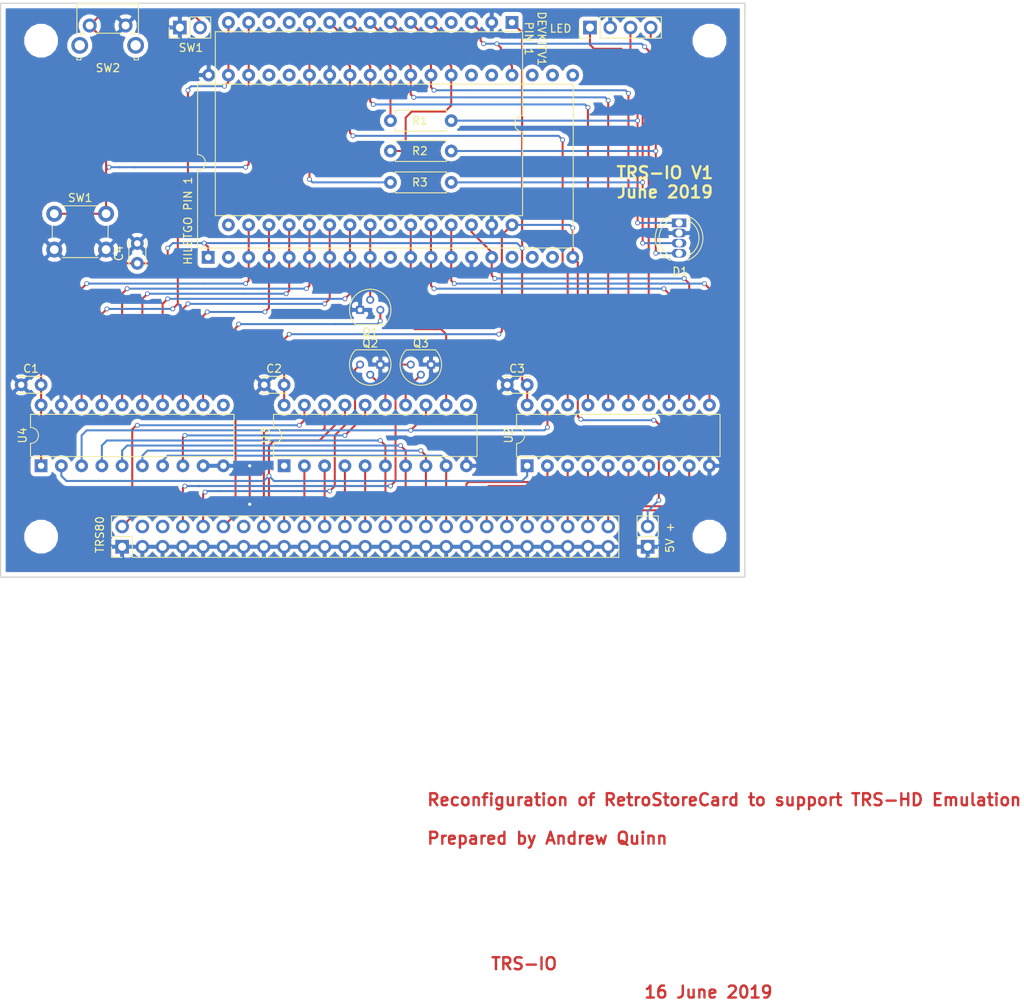
<source format=kicad_pcb>
(kicad_pcb (version 4) (host pcbnew 4.0.7)
  (layers (0 F.Cu signal) (31 B.Cu signal) (34 B.Paste user) (35 F.Paste user) (36 B.SilkS user) (37 F.SilkS user) (38 B.Mask user) (39 F.Mask user) (44 Edge.Cuts user))
  (net 0 "")
  (net 1 +3V3)
  (net 2 GND)
  (net 3 /D0)
  (net 4 /D1)
  (net 5 /D2)
  (net 6 /D3)
  (net 7 /D4)
  (net 8 /D5)
  (net 9 /D6)
  (net 10 /D7)
  (net 11 A0)
  (net 12 A1)
  (net 13 A2)
  (net 14 A3)
  (net 15 /A4)
  (net 16 /A5)
  (net 17 /A6)
  (net 18 /A7)
  (net 19 /IN)
  (net 20 //OUT)
  (net 21 /IOINT)
  (net 22 /IOWAIT)
  (net 23 /EXTIOSEL)
  (net 24 //IORQ)
  (net 25 /ESP32_INT)
  (net 26 /WAIT)
  (net 27 /ESP_EXTIOSEL)
  (net 28 LED_RED)
  (net 29 LED_GREEN)
  (net 30 LED_BLUE)
  (net 31 /ESP32_IN)
  (net 32 ESP32_A2)
  (net 33 ESP32_D3)
  (net 34 ESP32_A3)
  (net 35 ESP32_A0)
  (net 36 ESP32_A1)
  (net 37 ESP32_D4)
  (net 38 ESP32_D5)
  (net 39 /ESP32_WAIT)
  (net 40 ESP32_D2)
  (net 41 ESP32_D6)
  (net 42 ESP32_D0)
  (net 43 ESP32_D7)
  (net 44 ESP32_D1)
  (net 45 /ESP32_SEL)
  (net 46 /ESP_SEL)
  (net 47 /ESP32_P31)
  (net 48 /ESP_P31)
  (net 49 +5V)
  (net 50 BUTTON)
  (net 51 EXT_RED)
  (net 52 EXT_BLUE)
  (net 53 EXT_GREEN)
  (module Capacitors_THT:C_Disc_D3.0mm_W2.0mm_P2.50mm (layer F.Cu) (at 130.81 116.84 180)
    (fp_text reference C1 (at 1.27 2.032 180) (layer F.SilkS))
    (fp_text value 0.1 hide)
    (pad 1 thru_hole circle (at 0 0 180) (size 1.6 1.6) (drill 0.8) (layers *.Cu *.Mask) (net 1 +3V3))
    (pad 2 thru_hole circle (at 2.5 0 180) (size 1.6 1.6) (drill 0.8) (layers *.Cu *.Mask) (net 2 GND))
  )
  (module Capacitors_THT:C_Disc_D3.0mm_W2.0mm_P2.50mm (layer F.Cu) (at 161.29 116.84 180)
    (fp_text reference C2 (at 1.27 2.032 180) (layer F.SilkS))
    (fp_text value 0.1 hide)
    (pad 1 thru_hole circle (at 0 0 180) (size 1.6 1.6) (drill 0.8) (layers *.Cu *.Mask) (net 49 +5V))
    (pad 2 thru_hole circle (at 2.5 0 180) (size 1.6 1.6) (drill 0.8) (layers *.Cu *.Mask) (net 2 GND))
  )
  (module Capacitors_THT:C_Disc_D3.0mm_W2.0mm_P2.50mm (layer F.Cu) (at 191.77 116.84 180)
    (fp_text reference C3 (at 1.27 2.032 180) (layer F.SilkS))
    (fp_text value 0.1 hide)
    (pad 1 thru_hole circle (at 0 0 180) (size 1.6 1.6) (drill 0.8) (layers *.Cu *.Mask) (net 1 +3V3))
    (pad 2 thru_hole circle (at 2.5 0 180) (size 1.6 1.6) (drill 0.8) (layers *.Cu *.Mask) (net 2 GND))
  )
  (module Capacitors_THT:C_Disc_D3.0mm_W2.0mm_P2.50mm (layer F.Cu) (at 142.875 101.6 90)
    (fp_text reference C4 (at 1.25 -2.31 90) (layer F.SilkS))
    (fp_text value 0.1)
    (pad 1 thru_hole circle (at 0 0 90) (size 1.6 1.6) (drill 0.8) (layers *.Cu *.Mask) (net 1 +3V3))
    (pad 2 thru_hole circle (at 2.5 0 90) (size 1.6 1.6) (drill 0.8) (layers *.Cu *.Mask) (net 2 GND))
  )
  (module LEDs:LED_D5.0mm-4 (layer F.Cu) (at 210.82 96.52 270)
    (fp_text reference D1 (at 6.096 -0.127 360) (layer F.SilkS))
    (fp_text value LED_RCBG hide)
    (pad 1 thru_hole rect (at 0 0 270) (size 1.07 1.8) (drill 0.9) (layers *.Cu *.Mask) (net 51 EXT_RED))
    (pad 2 thru_hole oval (at 1.27 0 270) (size 1.07 1.8) (drill 0.9) (layers *.Cu *.Mask) (net 2 GND))
    (pad 3 thru_hole oval (at 2.54 0 270) (size 1.07 1.8) (drill 0.9) (layers *.Cu *.Mask) (net 52 EXT_BLUE))
    (pad 4 thru_hole oval (at 3.81 0 270) (size 1.07 1.8) (drill 0.9) (layers *.Cu *.Mask) (net 53 EXT_GREEN))
  )
  (module TO_SOT_Packages_THT:TO-92_Molded_Narrow (layer F.Cu) (at 170.815 107.442)
    (fp_text reference Q1 (at 1.27 2.794) (layer F.SilkS))
    (fp_text value 2N7000 hide)
    (pad 2 thru_hole circle (at 1.27 -1.27 90) (size 1 1) (drill 0.6) (layers *.Cu *.Mask) (net 25 /ESP32_INT))
    (pad 3 thru_hole circle (at 2.54 0 90) (size 1 1) (drill 0.6) (layers *.Cu *.Mask) (net 21 /IOINT))
    (pad 1 thru_hole rect (at 0 0 90) (size 1 1) (drill 0.6) (layers *.Cu *.Mask) (net 2 GND))
  )
  (module TO_SOT_Packages_THT:TO-92_Molded_Narrow (layer F.Cu) (at 173.355 114.3 180)
    (fp_text reference Q2 (at 1.27 2.667 180) (layer F.SilkS))
    (fp_text value 2N7000 hide)
    (pad 2 thru_hole circle (at 1.27 -1.27 270) (size 1 1) (drill 0.6) (layers *.Cu *.Mask) (net 26 /WAIT))
    (pad 3 thru_hole circle (at 2.54 0 270) (size 1 1) (drill 0.6) (layers *.Cu *.Mask) (net 22 /IOWAIT))
    (pad 1 thru_hole rect (at 0 0 270) (size 1 1) (drill 0.6) (layers *.Cu *.Mask) (net 2 GND))
  )
  (module TO_SOT_Packages_THT:TO-92_Molded_Narrow (layer F.Cu) (at 179.705 114.3 180)
    (fp_text reference Q3 (at 1.27 2.667 180) (layer F.SilkS))
    (fp_text value 2N7000 hide)
    (pad 2 thru_hole circle (at 1.27 -1.27 270) (size 1 1) (drill 0.6) (layers *.Cu *.Mask) (net 27 /ESP_EXTIOSEL))
    (pad 3 thru_hole circle (at 2.54 0 270) (size 1 1) (drill 0.6) (layers *.Cu *.Mask) (net 23 /EXTIOSEL))
    (pad 1 thru_hole rect (at 0 0 270) (size 1 1) (drill 0.6) (layers *.Cu *.Mask) (net 2 GND))
  )
  (module Resistors_THT:R_Axial_DIN0207_L6.3mm_D2.5mm_P7.62mm_Horizontal (layer F.Cu) (at 174.625 83.693)
    (fp_text reference R1 (at 3.683 0) (layer F.SilkS))
    (fp_text value 100 hide)
    (pad 1 thru_hole circle (at 0 0) (size 1.6 1.6) (drill 0.8) (layers *.Cu *.Mask) (net 28 LED_RED))
    (pad 2 thru_hole oval (at 7.62 0) (size 1.6 1.6) (drill 0.8) (layers *.Cu *.Mask) (net 51 EXT_RED))
  )
  (module Resistors_THT:R_Axial_DIN0207_L6.3mm_D2.5mm_P7.62mm_Horizontal (layer F.Cu) (at 174.625 87.503)
    (fp_text reference R2 (at 3.683 0) (layer F.SilkS))
    (fp_text value 100 hide)
    (pad 1 thru_hole circle (at 0 0) (size 1.6 1.6) (drill 0.8) (layers *.Cu *.Mask) (net 29 LED_GREEN))
    (pad 2 thru_hole oval (at 7.62 0) (size 1.6 1.6) (drill 0.8) (layers *.Cu *.Mask) (net 53 EXT_GREEN))
  )
  (module Resistors_THT:R_Axial_DIN0207_L6.3mm_D2.5mm_P7.62mm_Horizontal (layer F.Cu) (at 174.625 91.44)
    (fp_text reference R3 (at 3.683 0) (layer F.SilkS))
    (fp_text value 100 hide)
    (pad 1 thru_hole circle (at 0 0) (size 1.6 1.6) (drill 0.8) (layers *.Cu *.Mask) (net 30 LED_BLUE))
    (pad 2 thru_hole oval (at 7.62 0) (size 1.6 1.6) (drill 0.8) (layers *.Cu *.Mask) (net 52 EXT_BLUE))
  )
  (module Buttons_Switches_THT:SW_PUSH_6mm_h9.5mm (layer F.Cu) (at 132.461 95.377)
    (fp_text reference SW1 (at 3.25 -2) (layer F.SilkS))
    (fp_text value SW_Push hide)
    (pad 2 thru_hole circle (at 0 4.5 90) (size 2 2) (drill 1.1) (layers *.Cu *.Mask) (net 2 GND))
    (pad 1 thru_hole circle (at 0 0 90) (size 2 2) (drill 1.1) (layers *.Cu *.Mask) (net 50 BUTTON))
    (pad 2 thru_hole circle (at 6.5 4.5 90) (size 2 2) (drill 1.1) (layers *.Cu *.Mask) (net 2 GND))
    (pad 1 thru_hole circle (at 6.5 0 90) (size 2 2) (drill 1.1) (layers *.Cu *.Mask) (net 50 BUTTON))
  )
  (module Housings_DIP:DIP-20_W7.62mm (layer F.Cu) (at 191.77 127 90)
    (fp_text reference U2 (at 3.81 -2.33 90) (layer F.SilkS))
    (fp_text value 74LVC245)
    (pad 1 thru_hole rect (at 0 0 90) (size 1.6 1.6) (drill 0.8) (layers *.Cu *.Mask) (net 19 /IN))
    (pad 11 thru_hole oval (at 7.62 22.86 90) (size 1.6 1.6) (drill 0.8) (layers *.Cu *.Mask) (net 42 ESP32_D0))
    (pad 2 thru_hole oval (at 0 2.54 90) (size 1.6 1.6) (drill 0.8) (layers *.Cu *.Mask) (net 10 /D7))
    (pad 12 thru_hole oval (at 7.62 20.32 90) (size 1.6 1.6) (drill 0.8) (layers *.Cu *.Mask) (net 44 ESP32_D1))
    (pad 3 thru_hole oval (at 0 5.08 90) (size 1.6 1.6) (drill 0.8) (layers *.Cu *.Mask) (net 9 /D6))
    (pad 13 thru_hole oval (at 7.62 17.78 90) (size 1.6 1.6) (drill 0.8) (layers *.Cu *.Mask) (net 40 ESP32_D2))
    (pad 4 thru_hole oval (at 0 7.62 90) (size 1.6 1.6) (drill 0.8) (layers *.Cu *.Mask) (net 8 /D5))
    (pad 14 thru_hole oval (at 7.62 15.24 90) (size 1.6 1.6) (drill 0.8) (layers *.Cu *.Mask) (net 33 ESP32_D3))
    (pad 5 thru_hole oval (at 0 10.16 90) (size 1.6 1.6) (drill 0.8) (layers *.Cu *.Mask) (net 7 /D4))
    (pad 15 thru_hole oval (at 7.62 12.7 90) (size 1.6 1.6) (drill 0.8) (layers *.Cu *.Mask) (net 37 ESP32_D4))
    (pad 6 thru_hole oval (at 0 12.7 90) (size 1.6 1.6) (drill 0.8) (layers *.Cu *.Mask) (net 6 /D3))
    (pad 16 thru_hole oval (at 7.62 10.16 90) (size 1.6 1.6) (drill 0.8) (layers *.Cu *.Mask) (net 38 ESP32_D5))
    (pad 7 thru_hole oval (at 0 15.24 90) (size 1.6 1.6) (drill 0.8) (layers *.Cu *.Mask) (net 5 /D2))
    (pad 17 thru_hole oval (at 7.62 7.62 90) (size 1.6 1.6) (drill 0.8) (layers *.Cu *.Mask) (net 41 ESP32_D6))
    (pad 8 thru_hole oval (at 0 17.78 90) (size 1.6 1.6) (drill 0.8) (layers *.Cu *.Mask) (net 4 /D1))
    (pad 18 thru_hole oval (at 7.62 5.08 90) (size 1.6 1.6) (drill 0.8) (layers *.Cu *.Mask) (net 43 ESP32_D7))
    (pad 9 thru_hole oval (at 0 20.32 90) (size 1.6 1.6) (drill 0.8) (layers *.Cu *.Mask) (net 3 /D0))
    (pad 19 thru_hole oval (at 7.62 2.54 90) (size 1.6 1.6) (drill 0.8) (layers *.Cu *.Mask) (net 46 /ESP_SEL))
    (pad 10 thru_hole oval (at 0 22.86 90) (size 1.6 1.6) (drill 0.8) (layers *.Cu *.Mask) (net 2 GND))
    (pad 20 thru_hole oval (at 7.62 0 90) (size 1.6 1.6) (drill 0.8) (layers *.Cu *.Mask) (net 1 +3V3))
  )
  (module Housings_DIP:DIP-20_W7.62mm (layer F.Cu) (at 161.29 127 90)
    (fp_text reference U3 (at 3.81 -2.33 90) (layer F.SilkS))
    (fp_text value GAL16V8 hide)
    (pad 1 thru_hole rect (at 0 0 90) (size 1.6 1.6) (drill 0.8) (layers *.Cu *.Mask))
    (pad 11 thru_hole oval (at 7.62 22.86 90) (size 1.6 1.6) (drill 0.8) (layers *.Cu *.Mask))
    (pad 2 thru_hole oval (at 0 2.54 90) (size 1.6 1.6) (drill 0.8) (layers *.Cu *.Mask) (net 18 /A7))
    (pad 12 thru_hole oval (at 7.62 20.32 90) (size 1.6 1.6) (drill 0.8) (layers *.Cu *.Mask) (net 39 /ESP32_WAIT))
    (pad 3 thru_hole oval (at 0 5.08 90) (size 1.6 1.6) (drill 0.8) (layers *.Cu *.Mask) (net 17 /A6))
    (pad 13 thru_hole oval (at 7.62 17.78 90) (size 1.6 1.6) (drill 0.8) (layers *.Cu *.Mask) (net 46 /ESP_SEL))
    (pad 4 thru_hole oval (at 0 7.62 90) (size 1.6 1.6) (drill 0.8) (layers *.Cu *.Mask) (net 16 /A5))
    (pad 14 thru_hole oval (at 7.62 15.24 90) (size 1.6 1.6) (drill 0.8) (layers *.Cu *.Mask) (net 27 /ESP_EXTIOSEL))
    (pad 5 thru_hole oval (at 0 10.16 90) (size 1.6 1.6) (drill 0.8) (layers *.Cu *.Mask) (net 15 /A4))
    (pad 15 thru_hole oval (at 7.62 12.7 90) (size 1.6 1.6) (drill 0.8) (layers *.Cu *.Mask) (net 26 /WAIT))
    (pad 6 thru_hole oval (at 0 12.7 90) (size 1.6 1.6) (drill 0.8) (layers *.Cu *.Mask) (net 14 A3))
    (pad 16 thru_hole oval (at 7.62 10.16 90) (size 1.6 1.6) (drill 0.8) (layers *.Cu *.Mask) (net 48 /ESP_P31))
    (pad 7 thru_hole oval (at 0 15.24 90) (size 1.6 1.6) (drill 0.8) (layers *.Cu *.Mask) (net 13 A2))
    (pad 17 thru_hole oval (at 7.62 7.62 90) (size 1.6 1.6) (drill 0.8) (layers *.Cu *.Mask) (net 19 /IN))
    (pad 8 thru_hole oval (at 0 17.78 90) (size 1.6 1.6) (drill 0.8) (layers *.Cu *.Mask) (net 12 A1))
    (pad 18 thru_hole oval (at 7.62 5.08 90) (size 1.6 1.6) (drill 0.8) (layers *.Cu *.Mask) (net 20 //OUT))
    (pad 9 thru_hole oval (at 0 20.32 90) (size 1.6 1.6) (drill 0.8) (layers *.Cu *.Mask) (net 11 A0))
    (pad 19 thru_hole oval (at 7.62 2.54 90) (size 1.6 1.6) (drill 0.8) (layers *.Cu *.Mask) (net 24 //IORQ))
    (pad 10 thru_hole oval (at 0 22.86 90) (size 1.6 1.6) (drill 0.8) (layers *.Cu *.Mask) (net 2 GND))
    (pad 20 thru_hole oval (at 7.62 0 90) (size 1.6 1.6) (drill 0.8) (layers *.Cu *.Mask) (net 49 +5V))
  )
  (module Housings_DIP:DIP-20_W7.62mm (layer F.Cu) (at 130.81 127 90)
    (fp_text reference U4 (at 3.81 -2.33 90) (layer F.SilkS))
    (fp_text value 74LVC245 hide)
    (pad 1 thru_hole rect (at 0 0 90) (size 1.6 1.6) (drill 0.8) (layers *.Cu *.Mask) (net 1 +3V3))
    (pad 11 thru_hole oval (at 7.62 22.86 90) (size 1.6 1.6) (drill 0.8) (layers *.Cu *.Mask))
    (pad 2 thru_hole oval (at 0 2.54 90) (size 1.6 1.6) (drill 0.8) (layers *.Cu *.Mask) (net 19 /IN))
    (pad 12 thru_hole oval (at 7.62 20.32 90) (size 1.6 1.6) (drill 0.8) (layers *.Cu *.Mask) (net 47 /ESP32_P31))
    (pad 3 thru_hole oval (at 0 5.08 90) (size 1.6 1.6) (drill 0.8) (layers *.Cu *.Mask) (net 46 /ESP_SEL))
    (pad 13 thru_hole oval (at 7.62 17.78 90) (size 1.6 1.6) (drill 0.8) (layers *.Cu *.Mask) (net 35 ESP32_A0))
    (pad 4 thru_hole oval (at 0 7.62 90) (size 1.6 1.6) (drill 0.8) (layers *.Cu *.Mask) (net 14 A3))
    (pad 14 thru_hole oval (at 7.62 15.24 90) (size 1.6 1.6) (drill 0.8) (layers *.Cu *.Mask) (net 36 ESP32_A1))
    (pad 5 thru_hole oval (at 0 10.16 90) (size 1.6 1.6) (drill 0.8) (layers *.Cu *.Mask) (net 13 A2))
    (pad 15 thru_hole oval (at 7.62 12.7 90) (size 1.6 1.6) (drill 0.8) (layers *.Cu *.Mask) (net 32 ESP32_A2))
    (pad 6 thru_hole oval (at 0 12.7 90) (size 1.6 1.6) (drill 0.8) (layers *.Cu *.Mask) (net 12 A1))
    (pad 16 thru_hole oval (at 7.62 10.16 90) (size 1.6 1.6) (drill 0.8) (layers *.Cu *.Mask) (net 34 ESP32_A3))
    (pad 7 thru_hole oval (at 0 15.24 90) (size 1.6 1.6) (drill 0.8) (layers *.Cu *.Mask) (net 11 A0))
    (pad 17 thru_hole oval (at 7.62 7.62 90) (size 1.6 1.6) (drill 0.8) (layers *.Cu *.Mask) (net 45 /ESP32_SEL))
    (pad 8 thru_hole oval (at 0 17.78 90) (size 1.6 1.6) (drill 0.8) (layers *.Cu *.Mask) (net 48 /ESP_P31))
    (pad 18 thru_hole oval (at 7.62 5.08 90) (size 1.6 1.6) (drill 0.8) (layers *.Cu *.Mask) (net 31 /ESP32_IN))
    (pad 9 thru_hole oval (at 0 20.32 90) (size 1.6 1.6) (drill 0.8) (layers *.Cu *.Mask) (net 2 GND))
    (pad 19 thru_hole oval (at 7.62 2.54 90) (size 1.6 1.6) (drill 0.8) (layers *.Cu *.Mask) (net 2 GND))
    (pad 10 thru_hole oval (at 0 22.86 90) (size 1.6 1.6) (drill 0.8) (layers *.Cu *.Mask) (net 2 GND))
    (pad 20 thru_hole oval (at 7.62 0 90) (size 1.6 1.6) (drill 0.8) (layers *.Cu *.Mask) (net 1 +3V3))
  )
  (module TRSIO:Pin_Header_Straight_2x25_Pitch2.54mm (layer F.Cu) (at 140.97 137.16 90)
    (fp_text reference J1 hide)
    (fp_text value "TRS80 " hide)
    (pad 50 thru_hole rect (at 0 0 90) (size 1.7 1.7) (drill 1) (layers *.Cu *.Mask) (net 2 GND))
    (pad 49 thru_hole oval (at 2.54 0 90) (size 1.7 1.7) (drill 1) (layers *.Cu *.Mask) (net 24 //IORQ))
    (pad 48 thru_hole oval (at 0 2.54 90) (size 1.7 1.7) (drill 1) (layers *.Cu *.Mask) (net 2 GND))
    (pad 47 thru_hole oval (at 2.54 2.54 90) (size 1.7 1.7) (drill 1) (layers *.Cu *.Mask))
    (pad 46 thru_hole oval (at 0 5.08 90) (size 1.7 1.7) (drill 1) (layers *.Cu *.Mask) (net 2 GND))
    (pad 45 thru_hole oval (at 2.54 5.08 90) (size 1.7 1.7) (drill 1) (layers *.Cu *.Mask))
    (pad 44 thru_hole oval (at 0 7.62 90) (size 1.7 1.7) (drill 1) (layers *.Cu *.Mask) (net 2 GND))
    (pad 43 thru_hole oval (at 2.54 7.62 90) (size 1.7 1.7) (drill 1) (layers *.Cu *.Mask) (net 23 /EXTIOSEL))
    (pad 42 thru_hole oval (at 0 10.16 90) (size 1.7 1.7) (drill 1) (layers *.Cu *.Mask) (net 2 GND))
    (pad 41 thru_hole oval (at 2.54 10.16 90) (size 1.7 1.7) (drill 1) (layers *.Cu *.Mask) (net 22 /IOWAIT))
    (pad 40 thru_hole oval (at 0 12.7 90) (size 1.7 1.7) (drill 1) (layers *.Cu *.Mask) (net 2 GND))
    (pad 39 thru_hole oval (at 2.54 12.7 90) (size 1.7 1.7) (drill 1) (layers *.Cu *.Mask) (net 21 /IOINT))
    (pad 38 thru_hole oval (at 0 15.24 90) (size 1.7 1.7) (drill 1) (layers *.Cu *.Mask) (net 2 GND))
    (pad 37 thru_hole oval (at 2.54 15.24 90) (size 1.7 1.7) (drill 1) (layers *.Cu *.Mask))
    (pad 36 thru_hole oval (at 0 17.78 90) (size 1.7 1.7) (drill 1) (layers *.Cu *.Mask) (net 2 GND))
    (pad 35 thru_hole oval (at 2.54 17.78 90) (size 1.7 1.7) (drill 1) (layers *.Cu *.Mask) (net 20 //OUT))
    (pad 34 thru_hole oval (at 0 20.32 90) (size 1.7 1.7) (drill 1) (layers *.Cu *.Mask) (net 2 GND))
    (pad 33 thru_hole oval (at 2.54 20.32 90) (size 1.7 1.7) (drill 1) (layers *.Cu *.Mask) (net 19 /IN))
    (pad 32 thru_hole oval (at 0 22.86 90) (size 1.7 1.7) (drill 1) (layers *.Cu *.Mask) (net 2 GND))
    (pad 31 thru_hole oval (at 2.54 22.86 90) (size 1.7 1.7) (drill 1) (layers *.Cu *.Mask) (net 18 /A7))
    (pad 30 thru_hole oval (at 0 25.4 90) (size 1.7 1.7) (drill 1) (layers *.Cu *.Mask) (net 2 GND))
    (pad 29 thru_hole oval (at 2.54 25.4 90) (size 1.7 1.7) (drill 1) (layers *.Cu *.Mask) (net 17 /A6))
    (pad 28 thru_hole oval (at 0 27.94 90) (size 1.7 1.7) (drill 1) (layers *.Cu *.Mask) (net 2 GND))
    (pad 27 thru_hole oval (at 2.54 27.94 90) (size 1.7 1.7) (drill 1) (layers *.Cu *.Mask) (net 16 /A5))
    (pad 26 thru_hole oval (at 0 30.48 90) (size 1.7 1.7) (drill 1) (layers *.Cu *.Mask) (net 2 GND))
    (pad 25 thru_hole oval (at 2.54 30.48 90) (size 1.7 1.7) (drill 1) (layers *.Cu *.Mask) (net 15 /A4))
    (pad 24 thru_hole oval (at 0 33.02 90) (size 1.7 1.7) (drill 1) (layers *.Cu *.Mask) (net 2 GND))
    (pad 23 thru_hole oval (at 2.54 33.02 90) (size 1.7 1.7) (drill 1) (layers *.Cu *.Mask) (net 14 A3))
    (pad 22 thru_hole oval (at 0 35.56 90) (size 1.7 1.7) (drill 1) (layers *.Cu *.Mask) (net 2 GND))
    (pad 21 thru_hole oval (at 2.54 35.56 90) (size 1.7 1.7) (drill 1) (layers *.Cu *.Mask) (net 13 A2))
    (pad 20 thru_hole oval (at 0 38.1 90) (size 1.7 1.7) (drill 1) (layers *.Cu *.Mask) (net 2 GND))
    (pad 19 thru_hole oval (at 2.54 38.1 90) (size 1.7 1.7) (drill 1) (layers *.Cu *.Mask) (net 12 A1))
    (pad 18 thru_hole oval (at 0 40.64 90) (size 1.7 1.7) (drill 1) (layers *.Cu *.Mask) (net 2 GND))
    (pad 17 thru_hole oval (at 2.54 40.64 90) (size 1.7 1.7) (drill 1) (layers *.Cu *.Mask) (net 11 A0))
    (pad 16 thru_hole oval (at 0 43.18 90) (size 1.7 1.7) (drill 1) (layers *.Cu *.Mask) (net 2 GND))
    (pad 15 thru_hole oval (at 2.54 43.18 90) (size 1.7 1.7) (drill 1) (layers *.Cu *.Mask) (net 10 /D7))
    (pad 14 thru_hole oval (at 0 45.72 90) (size 1.7 1.7) (drill 1) (layers *.Cu *.Mask) (net 2 GND))
    (pad 13 thru_hole oval (at 2.54 45.72 90) (size 1.7 1.7) (drill 1) (layers *.Cu *.Mask) (net 9 /D6))
    (pad 12 thru_hole oval (at 0 48.26 90) (size 1.7 1.7) (drill 1) (layers *.Cu *.Mask) (net 2 GND))
    (pad 11 thru_hole oval (at 2.54 48.26 90) (size 1.7 1.7) (drill 1) (layers *.Cu *.Mask) (net 8 /D5))
    (pad 10 thru_hole oval (at 0 50.8 90) (size 1.7 1.7) (drill 1) (layers *.Cu *.Mask) (net 2 GND))
    (pad 9 thru_hole oval (at 2.54 50.8 90) (size 1.7 1.7) (drill 1) (layers *.Cu *.Mask) (net 7 /D4))
    (pad 8 thru_hole oval (at 0 53.34 90) (size 1.7 1.7) (drill 1) (layers *.Cu *.Mask) (net 2 GND))
    (pad 7 thru_hole oval (at 2.54 53.34 90) (size 1.7 1.7) (drill 1) (layers *.Cu *.Mask) (net 6 /D3))
    (pad 6 thru_hole oval (at 0 55.88 90) (size 1.7 1.7) (drill 1) (layers *.Cu *.Mask) (net 2 GND))
    (pad 5 thru_hole oval (at 2.54 55.88 90) (size 1.7 1.7) (drill 1) (layers *.Cu *.Mask) (net 5 /D2))
    (pad 4 thru_hole oval (at 0 58.42 90) (size 1.7 1.7) (drill 1) (layers *.Cu *.Mask) (net 2 GND))
    (pad 3 thru_hole oval (at 2.54 58.42 90) (size 1.7 1.7) (drill 1) (layers *.Cu *.Mask) (net 4 /D1))
    (pad 2 thru_hole oval (at 0 60.96 90) (size 1.7 1.7) (drill 1) (layers *.Cu *.Mask) (net 2 GND))
    (pad 1 thru_hole oval (at 2.54 60.96 90) (size 1.7 1.7) (drill 1) (layers *.Cu *.Mask) (net 3 /D0))
  )
  (module TRSIO:DIP-30_W25.4mm (layer F.Cu) (at 189.865 71.374 270)
    (fp_text reference U1B1 hide)
    (fp_text value ESP32_AliExpress hide)
    (pad 1 thru_hole rect (at 0 0 270) (size 1.6 1.6) (drill 0.8) (layers *.Cu *.Mask) (net 1 +3V3))
    (pad 2 thru_hole oval (at 0 2.54 270) (size 1.6 1.6) (drill 0.8) (layers *.Cu *.Mask) (net 2 GND))
    (pad 3 thru_hole oval (at 0 5.08 270) (size 1.6 1.6) (drill 0.8) (layers *.Cu *.Mask) (net 33 ESP32_D3))
    (pad 4 thru_hole oval (at 0 7.62 270) (size 1.6 1.6) (drill 0.8) (layers *.Cu *.Mask))
    (pad 5 thru_hole oval (at 0 10.16 270) (size 1.6 1.6) (drill 0.8) (layers *.Cu *.Mask) (net 29 LED_GREEN))
    (pad 6 thru_hole oval (at 0 12.7 270) (size 1.6 1.6) (drill 0.8) (layers *.Cu *.Mask) (net 37 ESP32_D4))
    (pad 16 thru_hole oval (at 25.4 35.56 270) (size 1.6 1.6) (drill 0.8) (layers *.Cu *.Mask))
    (pad 7 thru_hole oval (at 0 15.24 270) (size 1.6 1.6) (drill 0.8) (layers *.Cu *.Mask) (net 38 ESP32_D5))
    (pad 17 thru_hole oval (at 25.4 33.02 270) (size 1.6 1.6) (drill 0.8) (layers *.Cu *.Mask) (net 31 /ESP32_IN))
    (pad 8 thru_hole oval (at 0 17.78 270) (size 1.6 1.6) (drill 0.8) (layers *.Cu *.Mask) (net 28 LED_RED))
    (pad 18 thru_hole oval (at 25.4 30.48 270) (size 1.6 1.6) (drill 0.8) (layers *.Cu *.Mask) (net 47 /ESP32_P31))
    (pad 9 thru_hole oval (at 0 20.32 270) (size 1.6 1.6) (drill 0.8) (layers *.Cu *.Mask) (net 41 ESP32_D6))
    (pad 19 thru_hole oval (at 25.4 27.94 270) (size 1.6 1.6) (drill 0.8) (layers *.Cu *.Mask) (net 32 ESP32_A2))
    (pad 10 thru_hole oval (at 0 22.86 270) (size 1.6 1.6) (drill 0.8) (layers *.Cu *.Mask) (net 43 ESP32_D7))
    (pad 20 thru_hole oval (at 25.4 25.4 270) (size 1.6 1.6) (drill 0.8) (layers *.Cu *.Mask) (net 34 ESP32_A3))
    (pad 11 thru_hole oval (at 0 25.4 270) (size 1.6 1.6) (drill 0.8) (layers *.Cu *.Mask) (net 30 LED_BLUE))
    (pad 21 thru_hole oval (at 25.4 22.86 270) (size 1.6 1.6) (drill 0.8) (layers *.Cu *.Mask) (net 35 ESP32_A0))
    (pad 12 thru_hole oval (at 0 27.94 270) (size 1.6 1.6) (drill 0.8) (layers *.Cu *.Mask))
    (pad 22 thru_hole oval (at 25.4 20.32 270) (size 1.6 1.6) (drill 0.8) (layers *.Cu *.Mask) (net 36 ESP32_A1))
    (pad 13 thru_hole oval (at 0 30.48 270) (size 1.6 1.6) (drill 0.8) (layers *.Cu *.Mask))
    (pad 23 thru_hole oval (at 25.4 17.78 270) (size 1.6 1.6) (drill 0.8) (layers *.Cu *.Mask) (net 25 /ESP32_INT))
    (pad 14 thru_hole oval (at 0 33.02 270) (size 1.6 1.6) (drill 0.8) (layers *.Cu *.Mask) (net 50 BUTTON))
    (pad 24 thru_hole oval (at 25.4 15.24 270) (size 1.6 1.6) (drill 0.8) (layers *.Cu *.Mask))
    (pad 15 thru_hole oval (at 0 35.56 270) (size 1.6 1.6) (drill 0.8) (layers *.Cu *.Mask) (net 45 /ESP32_SEL))
    (pad 25 thru_hole oval (at 25.4 12.7 270) (size 1.6 1.6) (drill 0.8) (layers *.Cu *.Mask) (net 39 /ESP32_WAIT))
    (pad 26 thru_hole oval (at 25.4 10.16 270) (size 1.6 1.6) (drill 0.8) (layers *.Cu *.Mask) (net 40 ESP32_D2))
    (pad 27 thru_hole oval (at 25.4 7.62 270) (size 1.6 1.6) (drill 0.8) (layers *.Cu *.Mask) (net 42 ESP32_D0))
    (pad 28 thru_hole oval (at 25.4 5.08 270) (size 1.6 1.6) (drill 0.8) (layers *.Cu *.Mask) (net 44 ESP32_D1))
    (pad 29 thru_hole oval (at 25.4 2.54 270) (size 1.6 1.6) (drill 0.8) (layers *.Cu *.Mask) (net 2 GND))
    (pad 30 thru_hole oval (at 25.4 0 270) (size 1.6 1.6) (drill 0.8) (layers *.Cu *.Mask) (net 49 +5V))
  )
  (module TRSIO:DIP-38_W22.9mm (layer F.Cu) (at 151.765 100.838 90)
    (fp_text reference U1A1 hide)
    (fp_text value ESP32S hide)
    (pad 1 thru_hole rect (at 0 0 90) (size 1.6 1.6) (drill 0.8) (layers *.Cu *.Mask) (net 1 +3V3))
    (pad 2 thru_hole oval (at 0 2.54 90) (size 1.6 1.6) (drill 0.8) (layers *.Cu *.Mask))
    (pad 20 thru_hole oval (at 22.86 45.72 90) (size 1.6 1.6) (drill 0.8) (layers *.Cu *.Mask))
    (pad 3 thru_hole oval (at 0 5.08 90) (size 1.6 1.6) (drill 0.8) (layers *.Cu *.Mask) (net 31 /ESP32_IN))
    (pad 21 thru_hole oval (at 22.86 43.18 90) (size 1.6 1.6) (drill 0.8) (layers *.Cu *.Mask))
    (pad 4 thru_hole oval (at 0 7.62 90) (size 1.6 1.6) (drill 0.8) (layers *.Cu *.Mask) (net 47 /ESP32_P31))
    (pad 22 thru_hole oval (at 22.86 40.64 90) (size 1.6 1.6) (drill 0.8) (layers *.Cu *.Mask))
    (pad 5 thru_hole oval (at 0 10.16 90) (size 1.6 1.6) (drill 0.8) (layers *.Cu *.Mask) (net 32 ESP32_A2))
    (pad 23 thru_hole oval (at 22.86 38.1 90) (size 1.6 1.6) (drill 0.8) (layers *.Cu *.Mask) (net 33 ESP32_D3))
    (pad 6 thru_hole oval (at 0 12.7 90) (size 1.6 1.6) (drill 0.8) (layers *.Cu *.Mask) (net 34 ESP32_A3))
    (pad 24 thru_hole oval (at 22.86 35.56 90) (size 1.6 1.6) (drill 0.8) (layers *.Cu *.Mask))
    (pad 7 thru_hole oval (at 0 15.24 90) (size 1.6 1.6) (drill 0.8) (layers *.Cu *.Mask) (net 35 ESP32_A0))
    (pad 25 thru_hole oval (at 22.86 33.02 90) (size 1.6 1.6) (drill 0.8) (layers *.Cu *.Mask))
    (pad 8 thru_hole oval (at 0 17.78 90) (size 1.6 1.6) (drill 0.8) (layers *.Cu *.Mask) (net 36 ESP32_A1))
    (pad 26 thru_hole oval (at 22.86 30.48 90) (size 1.6 1.6) (drill 0.8) (layers *.Cu *.Mask) (net 29 LED_GREEN))
    (pad 9 thru_hole oval (at 0 20.32 90) (size 1.6 1.6) (drill 0.8) (layers *.Cu *.Mask) (net 25 /ESP32_INT))
    (pad 27 thru_hole oval (at 22.86 27.94 90) (size 1.6 1.6) (drill 0.8) (layers *.Cu *.Mask) (net 37 ESP32_D4))
    (pad 10 thru_hole oval (at 0 22.86 90) (size 1.6 1.6) (drill 0.8) (layers *.Cu *.Mask))
    (pad 28 thru_hole oval (at 22.86 25.4 90) (size 1.6 1.6) (drill 0.8) (layers *.Cu *.Mask) (net 38 ESP32_D5))
    (pad 11 thru_hole oval (at 0 25.4 90) (size 1.6 1.6) (drill 0.8) (layers *.Cu *.Mask) (net 39 /ESP32_WAIT))
    (pad 29 thru_hole oval (at 22.86 22.86 90) (size 1.6 1.6) (drill 0.8) (layers *.Cu *.Mask) (net 28 LED_RED))
    (pad 12 thru_hole oval (at 0 27.94 90) (size 1.6 1.6) (drill 0.8) (layers *.Cu *.Mask) (net 40 ESP32_D2))
    (pad 30 thru_hole oval (at 22.86 20.32 90) (size 1.6 1.6) (drill 0.8) (layers *.Cu *.Mask) (net 41 ESP32_D6))
    (pad 13 thru_hole oval (at 0 30.48 90) (size 1.6 1.6) (drill 0.8) (layers *.Cu *.Mask) (net 42 ESP32_D0))
    (pad 31 thru_hole oval (at 22.86 17.78 90) (size 1.6 1.6) (drill 0.8) (layers *.Cu *.Mask) (net 43 ESP32_D7))
    (pad 14 thru_hole oval (at 0 33.02 90) (size 1.6 1.6) (drill 0.8) (layers *.Cu *.Mask) (net 2 GND))
    (pad 32 thru_hole oval (at 22.86 15.24 90) (size 1.6 1.6) (drill 0.8) (layers *.Cu *.Mask) (net 2 GND))
    (pad 15 thru_hole oval (at 0 35.56 90) (size 1.6 1.6) (drill 0.8) (layers *.Cu *.Mask) (net 44 ESP32_D1))
    (pad 33 thru_hole oval (at 22.86 12.7 90) (size 1.6 1.6) (drill 0.8) (layers *.Cu *.Mask) (net 30 LED_BLUE))
    (pad 16 thru_hole oval (at 0 38.1 90) (size 1.6 1.6) (drill 0.8) (layers *.Cu *.Mask))
    (pad 34 thru_hole oval (at 22.86 10.16 90) (size 1.6 1.6) (drill 0.8) (layers *.Cu *.Mask))
    (pad 17 thru_hole oval (at 0 40.64 90) (size 1.6 1.6) (drill 0.8) (layers *.Cu *.Mask))
    (pad 35 thru_hole oval (at 22.86 7.62 90) (size 1.6 1.6) (drill 0.8) (layers *.Cu *.Mask))
    (pad 18 thru_hole oval (at 0 43.18 90) (size 1.6 1.6) (drill 0.8) (layers *.Cu *.Mask))
    (pad 36 thru_hole oval (at 22.86 5.08 90) (size 1.6 1.6) (drill 0.8) (layers *.Cu *.Mask) (net 50 BUTTON))
    (pad 19 thru_hole oval (at 0 45.72 90) (size 1.6 1.6) (drill 0.8) (layers *.Cu *.Mask) (net 49 +5V))
    (pad 37 thru_hole oval (at 22.86 2.54 90) (size 1.6 1.6) (drill 0.8) (layers *.Cu *.Mask) (net 45 /ESP32_SEL))
    (pad 38 thru_hole oval (at 22.86 0.0635 90) (size 1.6 1.6) (drill 0.8) (layers *.Cu *.Mask) (net 2 GND))
  )
  (module Pin_Headers:Pin_Header_Straight_1x02_Pitch2.54mm (layer F.Cu) (at 206.883 137.16 180)
    (fp_text reference J2 hide)
    (fp_text value +5V hide)
    (pad 1 thru_hole rect (at 0 0 180) (size 1.7 1.7) (drill 1) (layers *.Cu *.Mask) (net 2 GND))
    (pad 2 thru_hole oval (at 0 2.54 180) (size 1.7 1.7) (drill 1) (layers *.Cu *.Mask) (net 49 +5V))
  )
  (module Pin_Headers:Pin_Header_Straight_1x02_Pitch2.54mm (layer F.Cu) (at 148.209 72.009 90)
    (fp_text reference J3 hide)
    (fp_text value BUTTON hide)
    (pad 1 thru_hole rect (at 0 0 90) (size 1.7 1.7) (drill 1) (layers *.Cu *.Mask) (net 2 GND))
    (pad 2 thru_hole oval (at 0 2.54 90) (size 1.7 1.7) (drill 1) (layers *.Cu *.Mask) (net 50 BUTTON))
  )
  (module Pin_Headers:Pin_Header_Straight_1x04_Pitch2.54mm (layer F.Cu) (at 199.644 72.009 90)
    (fp_text reference J4 hide)
    (fp_text value LED hide)
    (pad 1 thru_hole rect (at 0 0 90) (size 1.7 1.7) (drill 1) (layers *.Cu *.Mask) (net 51 EXT_RED))
    (pad 2 thru_hole oval (at 0 2.54 90) (size 1.7 1.7) (drill 1) (layers *.Cu *.Mask) (net 2 GND))
    (pad 3 thru_hole oval (at 0 5.08 90) (size 1.7 1.7) (drill 1) (layers *.Cu *.Mask) (net 52 EXT_BLUE))
    (pad 4 thru_hole oval (at 0 7.62 90) (size 1.7 1.7) (drill 1) (layers *.Cu *.Mask) (net 53 EXT_GREEN))
  )
  (module Mounting_Holes:MountingHole_3.2mm_M3_DIN965 (layer F.Cu) (at 214.63 73.66)
    (fp_text reference REF** hide)
    (fp_text value MountingHole_3.2mm_M3_DIN965 hide)
    (pad 1 np_thru_hole circle (at 0 0) (size 3.2 3.2) (drill 3.2) (layers *.Cu *.Mask))
  )
  (module Mounting_Holes:MountingHole_3.2mm_M3_DIN965 (layer F.Cu) (at 214.63 135.89)
    (fp_text reference REF** hide)
    (fp_text value MountingHole_3.2mm_M3_DIN965 hide)
    (pad 1 np_thru_hole circle (at 0 0) (size 3.2 3.2) (drill 3.2) (layers *.Cu *.Mask))
  )
  (module Mounting_Holes:MountingHole_3.2mm_M3_DIN965 (layer F.Cu) (at 130.81 135.89)
    (fp_text reference REF** hide)
    (fp_text value MountingHole_3.2mm_M3_DIN965 hide)
    (pad 1 np_thru_hole circle (at 0 0) (size 3.2 3.2) (drill 3.2) (layers *.Cu *.Mask))
  )
  (module Mounting_Holes:MountingHole_3.2mm_M3_DIN965 (layer F.Cu) (at 130.81 73.66)
    (fp_text reference REF** hide)
    (fp_text value MountingHole_3.2mm_M3_DIN965 hide)
    (pad 1 np_thru_hole circle (at 0 0) (size 3.2 3.2) (drill 3.2) (layers *.Cu *.Mask))
  )
  (module Buttons_Switches_THT:SW_Tactile_SPST_Angled_PTS645Vx31-2LFS (layer F.Cu) (at 136.906 71.755)
    (fp_text reference SW2 (at 2.286 5.334) (layer F.SilkS))
    (fp_text value "Right Angle" hide)
    (pad "" thru_hole circle (at 5.76 2.49) (size 2.1 2.1) (drill 1.3) (layers *.Cu *.Mask))
    (pad 2 thru_hole circle (at 4.5 0) (size 1.75 1.75) (drill 0.99) (layers *.Cu *.Mask) (net 2 GND))
    (pad 1 thru_hole circle (at 0 0) (size 1.75 1.75) (drill 0.99) (layers *.Cu *.Mask) (net 50 BUTTON))
    (pad "" thru_hole circle (at -1.25 2.49) (size 2.1 2.1) (drill 1.3) (layers *.Cu *.Mask))
  )
  (gr_text "Reconfiguration of RetroStoreCard to support TRS-HD Emulation\n\nPrepared by Andrew Quinn" (at 179.07 171.323) (layer F.Cu) (effects (font (size 1.5 1.5) (thickness 0.3)) (justify left)))
  (gr_text "16 June 2019" (at 214.503 193.04) (layer F.Cu) (effects (font (size 1.5 1.5) (thickness 0.3))))
  (gr_text TRS-IO (at 191.389 189.484) (layer F.Cu) (effects (font (size 1.5 1.5) (thickness 0.3))))
  (gr_text "TRS-IO V1\nJune 2019" (at 209.042 91.44) (layer F.SilkS) (effects (font (size 1.5 1.5) (thickness 0.3))))
  (gr_text "DEVKITV1\nPIN 1" (at 192.786 73.406 270) (layer F.SilkS) (effects (font (size 1 1))))
  (gr_text "HILETGO PIN 1" (at 149.225 96.266 90) (layer F.SilkS) (effects (font (size 1 1))))
  (gr_text "5V +" (at 209.677 136.017 90) (layer F.SilkS) (effects (font (size 1 1))))
  (gr_text TRS80 (at 138.176 135.636 90) (layer F.SilkS) (effects (font (size 1 1))))
  (gr_text LED (at 195.961 72.136) (layer F.SilkS) (effects (font (size 1 1))))
  (gr_text SW1 (at 149.606 74.549) (layer F.SilkS) (effects (font (size 1 1))))
  (gr_line (start 219.075 68.961) (end 125.73 68.961) (angle 90) (layer Edge.Cuts) (width 0.15))
  (gr_line (start 219.075 140.97) (end 219.075 68.961) (angle 90) (layer Edge.Cuts) (width 0.15))
  (gr_line (start 125.73 140.97) (end 219.075 140.97) (angle 90) (layer Edge.Cuts) (width 0.15))
  (gr_line (start 125.73 68.961) (end 125.73 140.97) (angle 90) (layer Edge.Cuts) (width 0.15))
  (segment (start 191.135 99.695) (end 191.135 72.644) (width 0.25) (layer F.Cu) (net 1))
  (segment (start 191.135 72.644) (end 189.865 71.374) (width 0.25) (layer F.Cu) (net 1))
  (segment (start 191.135 109.22) (end 191.135 116.205) (width 0.25) (layer F.Cu) (net 1))
  (segment (start 151.257 99.06) (end 190.5 99.06) (width 0.25) (layer B.Cu) (net 1))
  (segment (start 190.5 99.06) (end 191.135 99.695) (width 0.25) (layer B.Cu) (net 1))
  (via (at 191.135 99.695) (size 0.6) (drill 0.4) (layers F.Cu B.Cu) (net 1))
  (segment (start 191.135 99.695) (end 191.135 109.22) (width 0.25) (layer F.Cu) (net 1))
  (segment (start 191.135 116.205) (end 191.77 116.84) (width 0.25) (layer F.Cu) (net 1))
  (segment (start 151.765 100.838) (end 151.765 99.568) (width 0.25) (layer F.Cu) (net 1))
  (via (at 151.257 99.06) (size 0.6) (drill 0.4) (layers F.Cu B.Cu) (net 1))
  (segment (start 151.765 99.568) (end 151.257 99.06) (width 0.25) (layer F.Cu) (net 1))
  (segment (start 146.685 101.6) (end 146.685 99.695) (width 0.25) (layer F.Cu) (net 1))
  (segment (start 147.32 99.06) (end 151.257 99.06) (width 0.25) (layer B.Cu) (net 1))
  (segment (start 146.685 99.695) (end 147.32 99.06) (width 0.25) (layer B.Cu) (net 1))
  (via (at 146.685 99.695) (size 0.6) (drill 0.4) (layers F.Cu B.Cu) (net 1))
  (segment (start 142.875 101.6) (end 131.445 101.6) (width 0.25) (layer F.Cu) (net 1))
  (segment (start 130.81 102.235) (end 130.81 116.84) (width 0.25) (layer F.Cu) (net 1))
  (segment (start 131.445 101.6) (end 130.81 102.235) (width 0.25) (layer F.Cu) (net 1))
  (segment (start 130.81 116.84) (end 130.81 119.38) (width 0.25) (layer F.Cu) (net 1))
  (segment (start 130.81 119.38) (end 130.81 127) (width 0.25) (layer F.Cu) (net 1))
  (segment (start 191.77 116.84) (end 191.77 119.38) (width 0.25) (layer F.Cu) (net 1))
  (segment (start 146.685 101.6) (end 142.875 101.6) (width 0.25) (layer F.Cu) (net 1))
  (segment (start 153.67 127) (end 156.972 127) (width 0.25) (layer B.Cu) (net 2))
  (via (at 156.972 131.826) (size 0.6) (drill 0.4) (layers F.Cu B.Cu) (net 2))
  (segment (start 156.972 127) (end 156.972 131.826) (width 0.25) (layer F.Cu) (net 2))
  (via (at 156.972 127) (size 0.6) (drill 0.4) (layers F.Cu B.Cu) (net 2))
  (segment (start 201.93 134.62) (end 201.93 132.784002) (width 0.25) (layer F.Cu) (net 3))
  (segment (start 212.09 132.334) (end 212.09 127) (width 0.25) (layer F.Cu) (net 3))
  (segment (start 211.836 132.588) (end 212.09 132.334) (width 0.25) (layer F.Cu) (net 3))
  (segment (start 202.126002 132.588) (end 211.836 132.588) (width 0.25) (layer F.Cu) (net 3))
  (segment (start 201.93 132.784002) (end 202.126002 132.588) (width 0.25) (layer F.Cu) (net 3))
  (segment (start 199.39 134.62) (end 199.39 132.276002) (width 0.25) (layer F.Cu) (net 4))
  (segment (start 209.55 131.826) (end 209.55 127) (width 0.25) (layer F.Cu) (net 4))
  (segment (start 209.296 132.08) (end 209.55 131.826) (width 0.25) (layer F.Cu) (net 4))
  (segment (start 199.586002 132.08) (end 209.296 132.08) (width 0.25) (layer F.Cu) (net 4))
  (segment (start 199.39 132.276002) (end 199.586002 132.08) (width 0.25) (layer F.Cu) (net 4))
  (segment (start 196.85 134.62) (end 196.85 131.768002) (width 0.25) (layer F.Cu) (net 5))
  (segment (start 207.01 131.318) (end 207.01 127) (width 0.25) (layer F.Cu) (net 5))
  (segment (start 206.756 131.572) (end 207.01 131.318) (width 0.25) (layer F.Cu) (net 5))
  (segment (start 197.046002 131.572) (end 206.756 131.572) (width 0.25) (layer F.Cu) (net 5))
  (segment (start 196.85 131.768002) (end 197.046002 131.572) (width 0.25) (layer F.Cu) (net 5))
  (segment (start 194.31 134.62) (end 194.31 131.260002) (width 0.25) (layer F.Cu) (net 6))
  (segment (start 204.47 130.81) (end 204.47 127) (width 0.25) (layer F.Cu) (net 6))
  (segment (start 204.216 131.064) (end 204.47 130.81) (width 0.25) (layer F.Cu) (net 6))
  (segment (start 194.506002 131.064) (end 204.216 131.064) (width 0.25) (layer F.Cu) (net 6))
  (segment (start 194.31 131.260002) (end 194.506002 131.064) (width 0.25) (layer F.Cu) (net 6))
  (segment (start 191.77 134.62) (end 191.77 130.752002) (width 0.25) (layer F.Cu) (net 7))
  (segment (start 201.93 130.302) (end 201.93 127) (width 0.25) (layer F.Cu) (net 7))
  (segment (start 201.676 130.556) (end 201.93 130.302) (width 0.25) (layer F.Cu) (net 7))
  (segment (start 191.966002 130.556) (end 201.676 130.556) (width 0.25) (layer F.Cu) (net 7))
  (segment (start 191.77 130.752002) (end 191.966002 130.556) (width 0.25) (layer F.Cu) (net 7))
  (segment (start 189.23 134.62) (end 189.23 130.244002) (width 0.25) (layer F.Cu) (net 8))
  (segment (start 199.39 129.794) (end 199.39 127) (width 0.25) (layer F.Cu) (net 8))
  (segment (start 199.136 130.048) (end 199.39 129.794) (width 0.25) (layer F.Cu) (net 8))
  (segment (start 189.426002 130.048) (end 199.136 130.048) (width 0.25) (layer F.Cu) (net 8))
  (segment (start 189.23 130.244002) (end 189.426002 130.048) (width 0.25) (layer F.Cu) (net 8))
  (segment (start 196.342 129.54) (end 196.596 129.54) (width 0.25) (layer F.Cu) (net 9))
  (segment (start 196.342 129.54) (end 186.944 129.54) (width 0.25) (layer F.Cu) (net 9))
  (segment (start 186.944 129.54) (end 186.69 129.794) (width 0.25) (layer F.Cu) (net 9))
  (segment (start 186.69 134.62) (end 186.69 129.794) (width 0.25) (layer F.Cu) (net 9))
  (segment (start 196.85 129.032) (end 196.85 127) (width 0.25) (layer F.Cu) (net 9))
  (segment (start 196.85 129.286) (end 196.85 129.032) (width 0.25) (layer F.Cu) (net 9))
  (segment (start 196.596 129.54) (end 196.85 129.286) (width 0.25) (layer F.Cu) (net 9))
  (segment (start 194.31 128.016) (end 194.31 128.778) (width 0.25) (layer F.Cu) (net 10))
  (segment (start 193.294 129.032) (end 184.404 129.032) (width 0.25) (layer F.Cu) (net 10))
  (segment (start 184.404 129.032) (end 184.15 129.286) (width 0.25) (layer F.Cu) (net 10))
  (segment (start 184.15 134.62) (end 184.15 129.286) (width 0.25) (layer F.Cu) (net 10))
  (segment (start 194.31 128.016) (end 194.31 127) (width 0.25) (layer F.Cu) (net 10))
  (segment (start 194.056 129.032) (end 193.294 129.032) (width 0.25) (layer F.Cu) (net 10))
  (segment (start 194.31 128.778) (end 194.056 129.032) (width 0.25) (layer F.Cu) (net 10))
  (segment (start 181.61 127) (end 181.61 134.62) (width 0.25) (layer F.Cu) (net 11))
  (segment (start 146.05 126.365) (end 146.685 125.73) (width 0.25) (layer B.Cu) (net 11))
  (segment (start 180.975 125.73) (end 181.61 126.365) (width 0.25) (layer B.Cu) (net 11))
  (segment (start 181.61 126.365) (end 181.61 127) (width 0.25) (layer B.Cu) (net 11))
  (segment (start 146.05 127) (end 146.05 126.365) (width 0.25) (layer B.Cu) (net 11))
  (segment (start 180.34 125.73) (end 180.975 125.73) (width 0.25) (layer B.Cu) (net 11))
  (segment (start 146.685 125.73) (end 180.34 125.73) (width 0.25) (layer B.Cu) (net 11))
  (segment (start 179.07 127) (end 179.07 134.62) (width 0.25) (layer F.Cu) (net 12))
  (segment (start 144.78 125.095) (end 144.145 125.095) (width 0.25) (layer B.Cu) (net 12))
  (segment (start 179.07 125.73) (end 178.435 125.095) (width 0.25) (layer F.Cu) (net 12))
  (via (at 178.435 125.095) (size 0.6) (drill 0.4) (layers F.Cu B.Cu) (net 12))
  (segment (start 178.435 125.095) (end 144.78 125.095) (width 0.25) (layer B.Cu) (net 12))
  (segment (start 179.07 127) (end 179.07 125.73) (width 0.25) (layer F.Cu) (net 12))
  (segment (start 143.51 125.73) (end 143.51 127) (width 0.25) (layer B.Cu) (net 12))
  (segment (start 144.145 125.095) (end 143.51 125.73) (width 0.25) (layer B.Cu) (net 12))
  (segment (start 143.51 126.365) (end 143.51 127) (width 0.25) (layer B.Cu) (net 12))
  (segment (start 176.53 127) (end 176.53 134.62) (width 0.25) (layer F.Cu) (net 13))
  (segment (start 142.24 124.46) (end 141.605 124.46) (width 0.25) (layer B.Cu) (net 13))
  (segment (start 176.53 125.095) (end 175.895 124.46) (width 0.25) (layer F.Cu) (net 13))
  (via (at 175.895 124.46) (size 0.6) (drill 0.4) (layers F.Cu B.Cu) (net 13))
  (segment (start 175.895 124.46) (end 142.24 124.46) (width 0.25) (layer B.Cu) (net 13))
  (segment (start 140.97 127) (end 140.97 125.73) (width 0.25) (layer B.Cu) (net 13))
  (segment (start 176.53 125.095) (end 176.53 127) (width 0.25) (layer F.Cu) (net 13))
  (segment (start 140.97 125.095) (end 140.97 125.73) (width 0.25) (layer B.Cu) (net 13))
  (segment (start 141.605 124.46) (end 140.97 125.095) (width 0.25) (layer B.Cu) (net 13))
  (segment (start 173.99 127) (end 173.99 134.62) (width 0.25) (layer F.Cu) (net 14))
  (segment (start 139.7 123.825) (end 139.065 123.825) (width 0.25) (layer B.Cu) (net 14))
  (segment (start 138.43 127) (end 138.43 125.095) (width 0.25) (layer B.Cu) (net 14))
  (segment (start 173.355 123.825) (end 139.7 123.825) (width 0.25) (layer B.Cu) (net 14))
  (via (at 173.355 123.825) (size 0.6) (drill 0.4) (layers F.Cu B.Cu) (net 14))
  (segment (start 173.99 124.46) (end 173.355 123.825) (width 0.25) (layer F.Cu) (net 14))
  (segment (start 173.99 124.46) (end 173.99 127) (width 0.25) (layer F.Cu) (net 14))
  (segment (start 138.43 124.46) (end 138.43 125.095) (width 0.25) (layer B.Cu) (net 14))
  (segment (start 139.065 123.825) (end 138.43 124.46) (width 0.25) (layer B.Cu) (net 14))
  (segment (start 171.45 127) (end 171.45 134.62) (width 0.25) (layer F.Cu) (net 15))
  (segment (start 168.91 127) (end 168.91 134.62) (width 0.25) (layer F.Cu) (net 16))
  (segment (start 166.37 127) (end 166.37 134.62) (width 0.25) (layer F.Cu) (net 17))
  (segment (start 163.83 127) (end 163.83 134.62) (width 0.25) (layer F.Cu) (net 18))
  (segment (start 161.29 134.62) (end 161.29 133.35) (width 0.25) (layer F.Cu) (net 19))
  (segment (start 161.29 133.35) (end 159.385 131.445) (width 0.25) (layer F.Cu) (net 19))
  (segment (start 159.385 128.27) (end 160.02 128.905) (width 0.25) (layer B.Cu) (net 19))
  (segment (start 191.77 128.27) (end 191.135 128.905) (width 0.25) (layer B.Cu) (net 19))
  (segment (start 191.135 128.905) (end 160.02 128.905) (width 0.25) (layer B.Cu) (net 19))
  (segment (start 191.77 128.27) (end 191.77 127) (width 0.25) (layer B.Cu) (net 19))
  (via (at 159.385 128.27) (size 0.6) (drill 0.4) (layers F.Cu B.Cu) (net 19))
  (segment (start 159.385 128.27) (end 158.75 128.905) (width 0.25) (layer B.Cu) (net 19))
  (segment (start 133.35 128.27) (end 133.985 128.905) (width 0.25) (layer B.Cu) (net 19))
  (segment (start 133.985 128.905) (end 158.75 128.905) (width 0.25) (layer B.Cu) (net 19))
  (segment (start 133.35 128.27) (end 133.35 127) (width 0.25) (layer B.Cu) (net 19))
  (segment (start 159.385 124.46) (end 159.385 128.27) (width 0.25) (layer F.Cu) (net 19))
  (segment (start 159.385 128.27) (end 159.385 129.54) (width 0.25) (layer F.Cu) (net 19))
  (segment (start 168.91 119.38) (end 168.91 120.65) (width 0.25) (layer F.Cu) (net 19))
  (segment (start 159.385 129.54) (end 159.385 131.445) (width 0.25) (layer F.Cu) (net 19))
  (segment (start 160.02 123.825) (end 159.385 124.46) (width 0.25) (layer F.Cu) (net 19))
  (segment (start 165.735 123.825) (end 160.02 123.825) (width 0.25) (layer F.Cu) (net 19))
  (segment (start 168.91 120.65) (end 165.735 123.825) (width 0.25) (layer F.Cu) (net 19))
  (segment (start 166.37 119.38) (end 166.37 122.301) (width 0.25) (layer F.Cu) (net 20))
  (segment (start 158.75 122.809) (end 158.75 134.62) (width 0.25) (layer F.Cu) (net 20))
  (segment (start 159.004 122.555) (end 158.75 122.809) (width 0.25) (layer F.Cu) (net 20))
  (segment (start 166.116 122.555) (end 159.004 122.555) (width 0.25) (layer F.Cu) (net 20))
  (segment (start 166.37 122.301) (end 166.116 122.555) (width 0.25) (layer F.Cu) (net 20))
  (segment (start 167.64 109.22) (end 172.974 109.22) (width 0.25) (layer B.Cu) (net 21))
  (segment (start 155.575 109.347) (end 155.194 109.728) (width 0.25) (layer F.Cu) (net 21))
  (segment (start 155.194 109.728) (end 155.194 133.096) (width 0.25) (layer F.Cu) (net 21))
  (segment (start 153.67 134.62) (end 155.194 133.096) (width 0.25) (layer F.Cu) (net 21))
  (segment (start 155.575 109.22) (end 167.64 109.22) (width 0.25) (layer B.Cu) (net 21))
  (via (at 155.575 109.22) (size 0.6) (drill 0.4) (layers F.Cu B.Cu) (net 21))
  (segment (start 155.575 109.22) (end 155.575 109.347) (width 0.25) (layer F.Cu) (net 21))
  (segment (start 173.355 108.839) (end 173.355 107.442) (width 0.25) (layer F.Cu) (net 21))
  (via (at 173.355 108.839) (size 0.6) (drill 0.4) (layers F.Cu B.Cu) (net 21))
  (segment (start 172.974 109.22) (end 173.355 108.839) (width 0.25) (layer B.Cu) (net 21))
  (segment (start 153.162 130.175) (end 151.511 130.175) (width 0.25) (layer B.Cu) (net 22))
  (segment (start 151.13 130.556) (end 151.13 134.62) (width 0.25) (layer F.Cu) (net 22))
  (segment (start 151.384 130.302) (end 151.13 130.556) (width 0.25) (layer F.Cu) (net 22))
  (via (at 151.384 130.302) (size 0.6) (drill 0.4) (layers F.Cu B.Cu) (net 22))
  (segment (start 151.511 130.175) (end 151.384 130.302) (width 0.25) (layer B.Cu) (net 22))
  (segment (start 170.18 114.935) (end 170.815 114.3) (width 0.25) (layer F.Cu) (net 22))
  (segment (start 170.18 120.65) (end 170.18 114.935) (width 0.25) (layer F.Cu) (net 22))
  (segment (start 167.64 123.19) (end 170.18 120.65) (width 0.25) (layer F.Cu) (net 22))
  (segment (start 167.64 129.54) (end 167.64 123.19) (width 0.25) (layer F.Cu) (net 22))
  (segment (start 167.005 130.175) (end 167.64 129.54) (width 0.25) (layer F.Cu) (net 22))
  (via (at 167.005 130.175) (size 0.6) (drill 0.4) (layers F.Cu B.Cu) (net 22))
  (segment (start 153.035 130.175) (end 153.162 130.175) (width 0.25) (layer B.Cu) (net 22))
  (segment (start 153.162 130.175) (end 167.005 130.175) (width 0.25) (layer B.Cu) (net 22))
  (segment (start 150.622 129.54) (end 148.844 129.54) (width 0.25) (layer B.Cu) (net 23))
  (segment (start 148.59 129.794) (end 148.59 134.62) (width 0.25) (layer F.Cu) (net 23))
  (segment (start 148.844 129.54) (end 148.59 129.794) (width 0.25) (layer F.Cu) (net 23))
  (via (at 148.844 129.54) (size 0.6) (drill 0.4) (layers F.Cu B.Cu) (net 23))
  (segment (start 175.895 114.3) (end 177.165 114.3) (width 0.25) (layer F.Cu) (net 23))
  (segment (start 175.26 114.935) (end 175.895 114.3) (width 0.25) (layer F.Cu) (net 23))
  (segment (start 175.26 128.905) (end 175.26 114.935) (width 0.25) (layer F.Cu) (net 23))
  (segment (start 174.625 129.54) (end 175.26 128.905) (width 0.25) (layer F.Cu) (net 23))
  (via (at 174.625 129.54) (size 0.6) (drill 0.4) (layers F.Cu B.Cu) (net 23))
  (segment (start 150.495 129.54) (end 150.622 129.54) (width 0.25) (layer B.Cu) (net 23))
  (segment (start 150.622 129.54) (end 174.625 129.54) (width 0.25) (layer B.Cu) (net 23))
  (segment (start 142.875 121.92) (end 142.748 121.92) (width 0.25) (layer F.Cu) (net 24))
  (via (at 142.875 121.92) (size 0.6) (drill 0.4) (layers F.Cu B.Cu) (net 24))
  (segment (start 142.875 121.92) (end 163.195 121.92) (width 0.25) (layer B.Cu) (net 24))
  (via (at 163.195 121.92) (size 0.6) (drill 0.4) (layers F.Cu B.Cu) (net 24))
  (segment (start 163.195 121.92) (end 163.83 121.285) (width 0.25) (layer F.Cu) (net 24))
  (segment (start 163.83 121.285) (end 163.83 120.65) (width 0.25) (layer F.Cu) (net 24))
  (segment (start 163.83 119.38) (end 163.83 120.65) (width 0.25) (layer F.Cu) (net 24))
  (segment (start 142.24 133.35) (end 140.97 134.62) (width 0.25) (layer F.Cu) (net 24))
  (segment (start 142.24 122.428) (end 142.24 133.35) (width 0.25) (layer F.Cu) (net 24))
  (segment (start 142.748 121.92) (end 142.24 122.428) (width 0.25) (layer F.Cu) (net 24))
  (segment (start 172.085 100.838) (end 172.085 106.172) (width 0.25) (layer F.Cu) (net 25))
  (segment (start 172.085 96.774) (end 172.085 100.838) (width 0.25) (layer F.Cu) (net 25))
  (segment (start 172.085 115.57) (end 173.99 117.475) (width 0.25) (layer F.Cu) (net 26))
  (segment (start 173.99 117.475) (end 173.99 119.38) (width 0.25) (layer F.Cu) (net 26))
  (segment (start 178.435 115.57) (end 176.53 117.475) (width 0.25) (layer F.Cu) (net 27))
  (segment (start 176.53 117.475) (end 176.53 119.38) (width 0.25) (layer F.Cu) (net 27))
  (segment (start 174.625 77.978) (end 174.625 83.693) (width 0.25) (layer F.Cu) (net 28))
  (segment (start 174.625 77.978) (end 174.625 76.835) (width 0.25) (layer F.Cu) (net 28))
  (segment (start 173.228 75.438) (end 173.228 72.517) (width 0.25) (layer F.Cu) (net 28))
  (segment (start 173.228 72.517) (end 172.085 71.374) (width 0.25) (layer F.Cu) (net 28))
  (segment (start 174.625 76.835) (end 173.228 75.438) (width 0.25) (layer F.Cu) (net 28))
  (segment (start 182.245 77.978) (end 182.245 81.788) (width 0.25) (layer F.Cu) (net 29))
  (segment (start 176.149 87.503) (end 174.625 87.503) (width 0.25) (layer F.Cu) (net 29))
  (segment (start 176.53 87.122) (end 176.149 87.503) (width 0.25) (layer F.Cu) (net 29))
  (segment (start 176.53 83.312) (end 176.53 87.122) (width 0.25) (layer F.Cu) (net 29))
  (segment (start 177.292 82.55) (end 176.53 83.312) (width 0.25) (layer F.Cu) (net 29))
  (segment (start 181.483 82.55) (end 177.292 82.55) (width 0.25) (layer F.Cu) (net 29))
  (segment (start 182.245 81.788) (end 181.483 82.55) (width 0.25) (layer F.Cu) (net 29))
  (segment (start 182.245 77.978) (end 182.245 76.835) (width 0.25) (layer F.Cu) (net 29))
  (segment (start 180.848 75.438) (end 180.848 72.517) (width 0.25) (layer F.Cu) (net 29))
  (segment (start 180.848 72.517) (end 179.705 71.374) (width 0.25) (layer F.Cu) (net 29))
  (segment (start 182.245 76.835) (end 180.848 75.438) (width 0.25) (layer F.Cu) (net 29))
  (segment (start 174.625 91.44) (end 164.846 91.44) (width 0.25) (layer B.Cu) (net 30))
  (segment (start 164.465 91.059) (end 164.465 89.916) (width 0.25) (layer F.Cu) (net 30))
  (via (at 164.465 91.059) (size 0.6) (drill 0.4) (layers F.Cu B.Cu) (net 30))
  (segment (start 164.846 91.44) (end 164.465 91.059) (width 0.25) (layer B.Cu) (net 30))
  (segment (start 164.465 71.374) (end 164.465 77.978) (width 0.25) (layer F.Cu) (net 30))
  (segment (start 164.465 77.978) (end 164.465 89.916) (width 0.25) (layer F.Cu) (net 30))
  (segment (start 164.465 89.916) (end 164.465 90.043) (width 0.25) (layer F.Cu) (net 30))
  (segment (start 156.845 100.838) (end 156.845 103.759) (width 0.25) (layer F.Cu) (net 31))
  (via (at 156.464 104.14) (size 0.6) (drill 0.4) (layers F.Cu B.Cu) (net 31))
  (segment (start 156.845 103.759) (end 156.464 104.14) (width 0.25) (layer F.Cu) (net 31))
  (segment (start 136.525 104.14) (end 151.13 104.14) (width 0.25) (layer B.Cu) (net 31))
  (via (at 136.525 104.14) (size 0.6) (drill 0.4) (layers F.Cu B.Cu) (net 31))
  (segment (start 135.89 104.775) (end 136.525 104.14) (width 0.25) (layer F.Cu) (net 31))
  (segment (start 135.89 104.775) (end 135.89 119.38) (width 0.25) (layer F.Cu) (net 31))
  (segment (start 151.13 104.14) (end 156.464 104.14) (width 0.25) (layer B.Cu) (net 31))
  (segment (start 156.845 96.774) (end 156.845 100.838) (width 0.25) (layer F.Cu) (net 31))
  (segment (start 161.925 100.838) (end 161.925 105.029) (width 0.25) (layer F.Cu) (net 32))
  (via (at 161.544 105.41) (size 0.6) (drill 0.4) (layers F.Cu B.Cu) (net 32))
  (segment (start 161.925 105.029) (end 161.544 105.41) (width 0.25) (layer F.Cu) (net 32))
  (segment (start 156.21 105.41) (end 161.544 105.41) (width 0.25) (layer B.Cu) (net 32))
  (segment (start 144.145 105.41) (end 156.21 105.41) (width 0.25) (layer B.Cu) (net 32))
  (via (at 144.145 105.41) (size 0.6) (drill 0.4) (layers F.Cu B.Cu) (net 32))
  (segment (start 143.51 106.045) (end 144.145 105.41) (width 0.25) (layer F.Cu) (net 32))
  (segment (start 143.51 119.38) (end 143.51 106.045) (width 0.25) (layer F.Cu) (net 32))
  (segment (start 161.925 96.774) (end 161.925 100.838) (width 0.25) (layer F.Cu) (net 32))
  (segment (start 189.865 77.978) (end 189.865 76.835) (width 0.25) (layer F.Cu) (net 33))
  (segment (start 188.468 75.438) (end 188.468 74.549) (width 0.25) (layer F.Cu) (net 33))
  (segment (start 188.468 74.549) (end 187.96 74.041) (width 0.25) (layer F.Cu) (net 33))
  (via (at 187.96 74.041) (size 0.6) (drill 0.4) (layers F.Cu B.Cu) (net 33))
  (segment (start 189.865 76.835) (end 188.468 75.438) (width 0.25) (layer F.Cu) (net 33))
  (segment (start 184.785 71.374) (end 185.928 72.517) (width 0.25) (layer F.Cu) (net 33))
  (via (at 186.309 74.041) (size 0.6) (drill 0.4) (layers F.Cu B.Cu) (net 33))
  (segment (start 185.928 73.66) (end 186.309 74.041) (width 0.25) (layer F.Cu) (net 33))
  (segment (start 185.928 72.517) (end 185.928 73.66) (width 0.25) (layer F.Cu) (net 33))
  (segment (start 207.01 75.946) (end 207.01 74.93) (width 0.25) (layer F.Cu) (net 33))
  (segment (start 207.01 74.93) (end 206.502 74.422) (width 0.25) (layer F.Cu) (net 33))
  (via (at 206.502 74.422) (size 0.6) (drill 0.4) (layers F.Cu B.Cu) (net 33))
  (segment (start 206.502 74.422) (end 206.121 74.041) (width 0.25) (layer B.Cu) (net 33))
  (segment (start 206.121 74.041) (end 187.96 74.041) (width 0.25) (layer B.Cu) (net 33))
  (segment (start 187.96 74.041) (end 186.309 74.041) (width 0.25) (layer B.Cu) (net 33))
  (segment (start 207.01 78.867) (end 207.01 75.946) (width 0.25) (layer F.Cu) (net 33))
  (segment (start 184.912 71.501) (end 184.785 71.374) (width 0.25) (layer F.Cu) (net 33))
  (segment (start 207.01 78.74) (end 207.01 78.867) (width 0.25) (layer F.Cu) (net 33))
  (segment (start 207.01 78.867) (end 207.01 119.38) (width 0.25) (layer F.Cu) (net 33))
  (segment (start 164.465 100.838) (end 164.465 104.394) (width 0.25) (layer F.Cu) (net 34))
  (via (at 164.084 104.775) (size 0.6) (drill 0.4) (layers F.Cu B.Cu) (net 34))
  (segment (start 164.465 104.394) (end 164.084 104.775) (width 0.25) (layer F.Cu) (net 34))
  (segment (start 164.084 104.775) (end 164.211 104.775) (width 0.25) (layer B.Cu) (net 34))
  (via (at 141.605 104.775) (size 0.6) (drill 0.4) (layers F.Cu B.Cu) (net 34))
  (segment (start 158.75 104.775) (end 164.084 104.775) (width 0.25) (layer B.Cu) (net 34))
  (segment (start 141.605 104.775) (end 158.75 104.775) (width 0.25) (layer B.Cu) (net 34))
  (segment (start 140.97 119.38) (end 140.97 105.41) (width 0.25) (layer F.Cu) (net 34))
  (segment (start 140.97 105.41) (end 141.605 104.775) (width 0.25) (layer F.Cu) (net 34))
  (segment (start 164.465 96.774) (end 164.465 100.838) (width 0.25) (layer F.Cu) (net 34))
  (segment (start 167.005 100.838) (end 167.005 106.045) (width 0.25) (layer F.Cu) (net 35))
  (via (at 166.37 106.68) (size 0.6) (drill 0.4) (layers F.Cu B.Cu) (net 35))
  (segment (start 167.005 106.045) (end 166.37 106.68) (width 0.25) (layer F.Cu) (net 35))
  (segment (start 148.59 107.315) (end 148.59 119.38) (width 0.25) (layer F.Cu) (net 35))
  (segment (start 166.37 106.68) (end 161.29 106.68) (width 0.25) (layer B.Cu) (net 35))
  (segment (start 149.225 106.68) (end 161.29 106.68) (width 0.25) (layer B.Cu) (net 35))
  (via (at 149.225 106.68) (size 0.6) (drill 0.4) (layers F.Cu B.Cu) (net 35))
  (segment (start 148.59 107.315) (end 149.225 106.68) (width 0.25) (layer F.Cu) (net 35))
  (segment (start 167.005 96.774) (end 167.005 100.838) (width 0.25) (layer F.Cu) (net 35))
  (segment (start 169.545 100.838) (end 169.545 105.41) (width 0.25) (layer F.Cu) (net 36))
  (via (at 168.91 106.045) (size 0.6) (drill 0.4) (layers F.Cu B.Cu) (net 36))
  (segment (start 169.545 105.41) (end 168.91 106.045) (width 0.25) (layer F.Cu) (net 36))
  (segment (start 168.91 106.045) (end 163.83 106.045) (width 0.25) (layer B.Cu) (net 36))
  (segment (start 146.685 106.045) (end 163.83 106.045) (width 0.25) (layer B.Cu) (net 36))
  (via (at 146.685 106.045) (size 0.6) (drill 0.4) (layers F.Cu B.Cu) (net 36))
  (segment (start 146.05 106.68) (end 146.685 106.045) (width 0.25) (layer F.Cu) (net 36))
  (segment (start 146.05 106.68) (end 146.05 119.38) (width 0.25) (layer F.Cu) (net 36))
  (segment (start 169.545 96.774) (end 169.545 100.838) (width 0.25) (layer F.Cu) (net 36))
  (segment (start 204.47 119.38) (end 204.47 94.107) (width 0.25) (layer F.Cu) (net 37))
  (segment (start 204.089 79.883) (end 204.47 80.264) (width 0.25) (layer B.Cu) (net 37))
  (via (at 204.47 80.264) (size 0.6) (drill 0.4) (layers F.Cu B.Cu) (net 37))
  (segment (start 204.47 80.264) (end 204.47 94.107) (width 0.25) (layer F.Cu) (net 37))
  (segment (start 201.803 79.883) (end 193.294 79.883) (width 0.25) (layer B.Cu) (net 37))
  (segment (start 184.277 79.883) (end 180.086 79.883) (width 0.25) (layer B.Cu) (net 37))
  (segment (start 179.705 79.502) (end 180.086 79.883) (width 0.25) (layer F.Cu) (net 37))
  (via (at 180.086 79.883) (size 0.6) (drill 0.4) (layers F.Cu B.Cu) (net 37))
  (segment (start 179.705 79.502) (end 179.705 77.978) (width 0.25) (layer F.Cu) (net 37))
  (segment (start 193.294 79.883) (end 184.277 79.883) (width 0.25) (layer B.Cu) (net 37))
  (segment (start 201.803 79.883) (end 204.089 79.883) (width 0.25) (layer B.Cu) (net 37))
  (segment (start 179.705 77.978) (end 179.705 76.7715) (width 0.25) (layer F.Cu) (net 37))
  (segment (start 178.435 75.438) (end 178.435 72.644) (width 0.25) (layer F.Cu) (net 37))
  (segment (start 178.435 72.644) (end 177.165 71.374) (width 0.25) (layer F.Cu) (net 37))
  (segment (start 179.705 76.708) (end 178.435 75.438) (width 0.25) (layer F.Cu) (net 37))
  (segment (start 179.705 76.7715) (end 179.705 76.708) (width 0.25) (layer F.Cu) (net 37))
  (segment (start 196.342 80.772) (end 201.549 80.772) (width 0.25) (layer B.Cu) (net 38))
  (segment (start 177.165 77.978) (end 177.165 80.391) (width 0.25) (layer F.Cu) (net 38))
  (segment (start 177.546 80.772) (end 186.055 80.772) (width 0.25) (layer B.Cu) (net 38))
  (via (at 177.546 80.772) (size 0.6) (drill 0.4) (layers F.Cu B.Cu) (net 38))
  (segment (start 177.165 80.391) (end 177.546 80.772) (width 0.25) (layer F.Cu) (net 38))
  (segment (start 196.342 80.772) (end 186.055 80.772) (width 0.25) (layer B.Cu) (net 38))
  (segment (start 201.93 81.153) (end 201.93 119.38) (width 0.25) (layer F.Cu) (net 38))
  (via (at 201.93 81.153) (size 0.6) (drill 0.4) (layers F.Cu B.Cu) (net 38))
  (segment (start 201.549 80.772) (end 201.93 81.153) (width 0.25) (layer B.Cu) (net 38))
  (segment (start 177.165 77.978) (end 177.165 76.835) (width 0.25) (layer F.Cu) (net 38))
  (segment (start 175.768 75.438) (end 175.768 72.517) (width 0.25) (layer F.Cu) (net 38))
  (segment (start 175.768 72.517) (end 174.625 71.374) (width 0.25) (layer F.Cu) (net 38))
  (segment (start 177.165 76.835) (end 175.768 75.438) (width 0.25) (layer F.Cu) (net 38))
  (segment (start 177.165 100.838) (end 177.165 109.347) (width 0.25) (layer F.Cu) (net 39))
  (segment (start 177.165 109.347) (end 177.673 109.855) (width 0.25) (layer F.Cu) (net 39))
  (segment (start 180.34 109.855) (end 180.975 109.855) (width 0.25) (layer F.Cu) (net 39))
  (segment (start 180.975 109.855) (end 181.61 110.49) (width 0.25) (layer F.Cu) (net 39))
  (segment (start 181.61 110.49) (end 181.61 111.125) (width 0.25) (layer F.Cu) (net 39))
  (segment (start 181.61 119.38) (end 181.61 111.125) (width 0.25) (layer F.Cu) (net 39))
  (segment (start 177.673 109.855) (end 180.34 109.855) (width 0.25) (layer F.Cu) (net 39))
  (segment (start 177.165 96.774) (end 177.165 100.838) (width 0.25) (layer F.Cu) (net 39))
  (segment (start 179.705 100.838) (end 179.705 104.394) (width 0.25) (layer F.Cu) (net 40))
  (via (at 180.086 104.775) (size 0.6) (drill 0.4) (layers F.Cu B.Cu) (net 40))
  (segment (start 179.705 104.394) (end 180.086 104.775) (width 0.25) (layer F.Cu) (net 40))
  (segment (start 179.705 96.774) (end 179.705 100.838) (width 0.25) (layer F.Cu) (net 40))
  (segment (start 209.55 105.41) (end 209.55 119.38) (width 0.25) (layer F.Cu) (net 40))
  (segment (start 208.915 104.775) (end 209.55 105.41) (width 0.25) (layer F.Cu) (net 40))
  (via (at 208.915 104.775) (size 0.6) (drill 0.4) (layers F.Cu B.Cu) (net 40))
  (segment (start 180.086 104.775) (end 208.915 104.775) (width 0.25) (layer B.Cu) (net 40))
  (segment (start 194.31 81.661) (end 199.009 81.661) (width 0.25) (layer B.Cu) (net 41))
  (segment (start 172.085 77.978) (end 172.085 81.28) (width 0.25) (layer F.Cu) (net 41))
  (segment (start 172.466 81.661) (end 180.721 81.661) (width 0.25) (layer B.Cu) (net 41))
  (via (at 172.466 81.661) (size 0.6) (drill 0.4) (layers F.Cu B.Cu) (net 41))
  (segment (start 172.085 81.28) (end 172.466 81.661) (width 0.25) (layer F.Cu) (net 41))
  (segment (start 194.31 81.661) (end 180.721 81.661) (width 0.25) (layer B.Cu) (net 41))
  (segment (start 199.39 82.042) (end 199.39 119.38) (width 0.25) (layer F.Cu) (net 41))
  (via (at 199.39 82.042) (size 0.6) (drill 0.4) (layers F.Cu B.Cu) (net 41))
  (segment (start 199.009 81.661) (end 199.39 82.042) (width 0.25) (layer B.Cu) (net 41))
  (segment (start 170.688 73.279) (end 170.688 72.517) (width 0.25) (layer F.Cu) (net 41))
  (segment (start 170.688 75.438) (end 170.688 73.279) (width 0.25) (layer F.Cu) (net 41))
  (segment (start 172.085 76.835) (end 170.688 75.438) (width 0.25) (layer F.Cu) (net 41))
  (segment (start 172.085 77.978) (end 172.085 76.835) (width 0.25) (layer F.Cu) (net 41))
  (segment (start 170.688 72.517) (end 169.545 71.374) (width 0.25) (layer F.Cu) (net 41))
  (segment (start 182.245 100.838) (end 182.245 103.759) (width 0.25) (layer F.Cu) (net 42))
  (via (at 182.626 104.14) (size 0.6) (drill 0.4) (layers F.Cu B.Cu) (net 42))
  (segment (start 182.245 103.759) (end 182.626 104.14) (width 0.25) (layer F.Cu) (net 42))
  (segment (start 182.626 104.14) (end 213.995 104.14) (width 0.25) (layer B.Cu) (net 42))
  (segment (start 214.63 104.775) (end 214.63 119.38) (width 0.25) (layer F.Cu) (net 42))
  (segment (start 213.995 104.14) (end 214.63 104.775) (width 0.25) (layer F.Cu) (net 42))
  (via (at 213.995 104.14) (size 0.6) (drill 0.4) (layers F.Cu B.Cu) (net 42))
  (segment (start 182.245 96.774) (end 182.245 100.838) (width 0.25) (layer F.Cu) (net 42))
  (segment (start 196.85 119.38) (end 196.85 102.362) (width 0.25) (layer F.Cu) (net 43))
  (segment (start 196.215 86.106) (end 195.707 85.598) (width 0.25) (layer B.Cu) (net 43))
  (via (at 196.215 86.106) (size 0.6) (drill 0.4) (layers F.Cu B.Cu) (net 43))
  (segment (start 196.215 101.727) (end 196.215 86.106) (width 0.25) (layer F.Cu) (net 43))
  (segment (start 196.85 102.362) (end 196.215 101.727) (width 0.25) (layer F.Cu) (net 43))
  (segment (start 195.707 85.598) (end 183.134 85.598) (width 0.25) (layer B.Cu) (net 43))
  (segment (start 169.545 85.217) (end 169.545 77.978) (width 0.25) (layer F.Cu) (net 43))
  (segment (start 169.926 85.598) (end 183.134 85.598) (width 0.25) (layer B.Cu) (net 43))
  (via (at 169.926 85.598) (size 0.6) (drill 0.4) (layers F.Cu B.Cu) (net 43))
  (segment (start 169.545 85.217) (end 169.926 85.598) (width 0.25) (layer F.Cu) (net 43))
  (segment (start 168.148 73.279) (end 168.148 72.517) (width 0.25) (layer F.Cu) (net 43))
  (segment (start 168.148 75.438) (end 169.545 76.835) (width 0.25) (layer F.Cu) (net 43))
  (segment (start 168.148 75.438) (end 168.148 73.279) (width 0.25) (layer F.Cu) (net 43))
  (segment (start 169.545 77.978) (end 169.545 76.835) (width 0.25) (layer F.Cu) (net 43))
  (segment (start 168.148 72.517) (end 167.005 71.374) (width 0.25) (layer F.Cu) (net 43))
  (segment (start 196.85 119.38) (end 196.85 119.126) (width 0.25) (layer F.Cu) (net 43))
  (segment (start 187.325 100.838) (end 187.325 100.203) (width 0.25) (layer F.Cu) (net 44))
  (segment (start 187.325 100.203) (end 184.785 97.663) (width 0.25) (layer F.Cu) (net 44))
  (segment (start 184.785 97.663) (end 184.785 96.774) (width 0.25) (layer F.Cu) (net 44))
  (segment (start 187.325 100.838) (end 187.325 103.124) (width 0.25) (layer F.Cu) (net 44))
  (via (at 187.706 103.505) (size 0.6) (drill 0.4) (layers F.Cu B.Cu) (net 44))
  (segment (start 187.325 103.124) (end 187.706 103.505) (width 0.25) (layer F.Cu) (net 44))
  (via (at 211.455 103.505) (size 0.6) (drill 0.4) (layers F.Cu B.Cu) (net 44))
  (segment (start 211.455 103.505) (end 187.706 103.505) (width 0.25) (layer B.Cu) (net 44))
  (segment (start 212.09 119.38) (end 212.09 104.775) (width 0.25) (layer F.Cu) (net 44))
  (segment (start 212.09 104.14) (end 212.09 104.775) (width 0.25) (layer F.Cu) (net 44))
  (segment (start 211.455 103.505) (end 212.09 104.14) (width 0.25) (layer F.Cu) (net 44))
  (segment (start 154.305 77.978) (end 154.305 78.867) (width 0.25) (layer F.Cu) (net 45))
  (via (at 149.225 79.883) (size 0.6) (drill 0.4) (layers F.Cu B.Cu) (net 45))
  (segment (start 149.225 79.756) (end 149.225 79.883) (width 0.25) (layer B.Cu) (net 45))
  (segment (start 149.606 79.375) (end 149.225 79.756) (width 0.25) (layer B.Cu) (net 45))
  (segment (start 153.797 79.375) (end 149.606 79.375) (width 0.25) (layer B.Cu) (net 45))
  (via (at 153.797 79.375) (size 0.6) (drill 0.4) (layers F.Cu B.Cu) (net 45))
  (segment (start 154.305 78.867) (end 153.797 79.375) (width 0.25) (layer F.Cu) (net 45))
  (segment (start 154.305 76.835) (end 154.305 78.486) (width 0.25) (layer F.Cu) (net 45))
  (segment (start 154.305 71.374) (end 154.305 76.835) (width 0.25) (layer F.Cu) (net 45))
  (segment (start 149.225 79.883) (end 149.225 95.885) (width 0.25) (layer F.Cu) (net 45))
  (segment (start 138.43 107.95) (end 138.43 119.38) (width 0.25) (layer F.Cu) (net 45))
  (segment (start 139.065 107.315) (end 138.43 107.95) (width 0.25) (layer F.Cu) (net 45))
  (via (at 139.065 107.315) (size 0.6) (drill 0.4) (layers F.Cu B.Cu) (net 45))
  (segment (start 147.32 107.315) (end 139.065 107.315) (width 0.25) (layer B.Cu) (net 45))
  (via (at 147.32 107.315) (size 0.6) (drill 0.4) (layers F.Cu B.Cu) (net 45))
  (segment (start 147.955 106.68) (end 147.32 107.315) (width 0.25) (layer F.Cu) (net 45))
  (segment (start 147.955 97.155) (end 147.955 106.68) (width 0.25) (layer F.Cu) (net 45))
  (segment (start 149.225 95.885) (end 147.955 97.155) (width 0.25) (layer F.Cu) (net 45))
  (segment (start 177.165 122.555) (end 193.929 122.555) (width 0.25) (layer B.Cu) (net 46))
  (segment (start 194.31 122.174) (end 194.31 119.38) (width 0.25) (layer F.Cu) (net 46))
  (via (at 194.31 122.174) (size 0.6) (drill 0.4) (layers F.Cu B.Cu) (net 46))
  (segment (start 193.929 122.555) (end 194.31 122.174) (width 0.25) (layer B.Cu) (net 46))
  (segment (start 179.07 119.38) (end 179.07 120.65) (width 0.25) (layer F.Cu) (net 46))
  (segment (start 135.89 123.19) (end 135.89 127) (width 0.25) (layer B.Cu) (net 46))
  (segment (start 136.525 122.555) (end 135.89 123.19) (width 0.25) (layer B.Cu) (net 46))
  (segment (start 177.165 122.555) (end 136.525 122.555) (width 0.25) (layer B.Cu) (net 46))
  (via (at 177.165 122.555) (size 0.6) (drill 0.4) (layers F.Cu B.Cu) (net 46))
  (segment (start 179.07 120.65) (end 177.165 122.555) (width 0.25) (layer F.Cu) (net 46))
  (via (at 151.638 107.696) (size 0.6) (drill 0.4) (layers F.Cu B.Cu) (net 47))
  (segment (start 159.385 107.188) (end 158.877 107.696) (width 0.25) (layer F.Cu) (net 47))
  (segment (start 151.13 119.38) (end 151.13 108.204) (width 0.25) (layer F.Cu) (net 47))
  (segment (start 151.13 108.204) (end 151.638 107.696) (width 0.25) (layer F.Cu) (net 47))
  (segment (start 159.385 107.188) (end 159.385 100.838) (width 0.25) (layer F.Cu) (net 47))
  (via (at 158.877 107.696) (size 0.6) (drill 0.4) (layers F.Cu B.Cu) (net 47))
  (segment (start 151.638 107.696) (end 158.877 107.696) (width 0.25) (layer B.Cu) (net 47))
  (segment (start 159.385 96.774) (end 159.385 100.838) (width 0.25) (layer F.Cu) (net 47))
  (segment (start 168.91 123.19) (end 148.844 123.19) (width 0.25) (layer B.Cu) (net 48))
  (segment (start 171.45 120.65) (end 168.91 123.19) (width 0.25) (layer F.Cu) (net 48))
  (via (at 168.91 123.19) (size 0.6) (drill 0.4) (layers F.Cu B.Cu) (net 48))
  (segment (start 171.45 119.38) (end 171.45 120.65) (width 0.25) (layer F.Cu) (net 48))
  (segment (start 148.59 123.444) (end 148.59 127) (width 0.25) (layer F.Cu) (net 48))
  (segment (start 148.844 123.19) (end 148.59 123.444) (width 0.25) (layer F.Cu) (net 48))
  (via (at 148.844 123.19) (size 0.6) (drill 0.4) (layers F.Cu B.Cu) (net 48))
  (segment (start 206.883 134.62) (end 206.883 132.715) (width 0.25) (layer B.Cu) (net 49))
  (via (at 207.645 121.285) (size 0.6) (drill 0.4) (layers F.Cu B.Cu) (net 49))
  (segment (start 207.772 121.285) (end 207.645 121.285) (width 0.25) (layer F.Cu) (net 49))
  (segment (start 208.28 121.793) (end 207.772 121.285) (width 0.25) (layer F.Cu) (net 49))
  (segment (start 208.28 131.318) (end 208.28 121.793) (width 0.25) (layer F.Cu) (net 49))
  (via (at 208.28 131.318) (size 0.6) (drill 0.4) (layers F.Cu B.Cu) (net 49))
  (segment (start 206.883 132.715) (end 208.28 131.318) (width 0.25) (layer B.Cu) (net 49))
  (segment (start 198.12 118.618) (end 198.12 120.777) (width 0.25) (layer F.Cu) (net 49))
  (segment (start 197.485 100.838) (end 198.12 101.473) (width 0.25) (layer F.Cu) (net 49))
  (segment (start 198.12 110.109) (end 198.12 118.618) (width 0.25) (layer F.Cu) (net 49))
  (segment (start 198.12 110.109) (end 198.12 101.473) (width 0.25) (layer F.Cu) (net 49))
  (segment (start 198.628 121.285) (end 207.645 121.285) (width 0.25) (layer B.Cu) (net 49))
  (segment (start 198.501 121.158) (end 198.628 121.285) (width 0.25) (layer B.Cu) (net 49))
  (via (at 198.501 121.158) (size 0.6) (drill 0.4) (layers F.Cu B.Cu) (net 49))
  (segment (start 198.12 120.777) (end 198.501 121.158) (width 0.25) (layer F.Cu) (net 49))
  (segment (start 189.865 96.774) (end 197.104 96.774) (width 0.25) (layer B.Cu) (net 49))
  (segment (start 197.485 97.155) (end 197.485 100.838) (width 0.25) (layer F.Cu) (net 49))
  (via (at 197.485 97.155) (size 0.6) (drill 0.4) (layers F.Cu B.Cu) (net 49))
  (segment (start 197.104 96.774) (end 197.485 97.155) (width 0.25) (layer B.Cu) (net 49))
  (segment (start 189.865 96.774) (end 188.595 98.044) (width 0.25) (layer F.Cu) (net 49))
  (via (at 188.214 110.49) (size 0.6) (drill 0.4) (layers F.Cu B.Cu) (net 49))
  (segment (start 188.595 110.109) (end 188.214 110.49) (width 0.25) (layer F.Cu) (net 49))
  (segment (start 188.595 98.044) (end 188.595 110.109) (width 0.25) (layer F.Cu) (net 49))
  (segment (start 161.29 116.84) (end 161.29 111.125) (width 0.25) (layer F.Cu) (net 49))
  (segment (start 161.925 110.49) (end 188.214 110.49) (width 0.25) (layer B.Cu) (net 49))
  (via (at 161.925 110.49) (size 0.6) (drill 0.4) (layers F.Cu B.Cu) (net 49))
  (segment (start 161.29 111.125) (end 161.925 110.49) (width 0.25) (layer F.Cu) (net 49))
  (segment (start 161.29 116.84) (end 161.29 119.38) (width 0.25) (layer F.Cu) (net 49))
  (segment (start 138.961 76.454) (end 138.961 73.81) (width 0.25) (layer F.Cu) (net 50))
  (segment (start 138.961 73.81) (end 136.906 71.755) (width 0.25) (layer F.Cu) (net 50))
  (segment (start 140.589 70.231) (end 138.43 70.231) (width 0.25) (layer F.Cu) (net 50))
  (segment (start 138.43 70.231) (end 136.906 71.755) (width 0.25) (layer F.Cu) (net 50))
  (segment (start 138.961 89.916) (end 138.961 76.454) (width 0.25) (layer F.Cu) (net 50))
  (segment (start 138.961 76.454) (end 138.961 76.431) (width 0.25) (layer F.Cu) (net 50))
  (segment (start 140.462 70.231) (end 140.589 70.231) (width 0.25) (layer F.Cu) (net 50))
  (segment (start 140.589 70.231) (end 149.733 70.231) (width 0.25) (layer F.Cu) (net 50))
  (segment (start 149.733 70.231) (end 150.749 71.247) (width 0.25) (layer F.Cu) (net 50))
  (segment (start 150.749 71.247) (end 150.749 72.009) (width 0.25) (layer F.Cu) (net 50))
  (segment (start 138.961 95.377) (end 138.961 89.916) (width 0.25) (layer F.Cu) (net 50))
  (segment (start 138.961 89.916) (end 138.961 89.893) (width 0.25) (layer F.Cu) (net 50))
  (segment (start 139.319 89.535) (end 140.716 89.535) (width 0.25) (layer B.Cu) (net 50))
  (via (at 139.319 89.535) (size 0.6) (drill 0.4) (layers F.Cu B.Cu) (net 50))
  (segment (start 138.961 89.893) (end 139.319 89.535) (width 0.25) (layer F.Cu) (net 50))
  (segment (start 132.461 95.377) (end 138.961 95.377) (width 0.25) (layer F.Cu) (net 50))
  (segment (start 142.621 89.535) (end 140.716 89.535) (width 0.25) (layer B.Cu) (net 50))
  (segment (start 140.716 89.535) (end 140.589 89.535) (width 0.25) (layer B.Cu) (net 50))
  (segment (start 156.845 71.374) (end 156.845 77.978) (width 0.25) (layer F.Cu) (net 50))
  (segment (start 156.845 77.978) (end 156.845 89.154) (width 0.25) (layer F.Cu) (net 50))
  (via (at 156.464 89.535) (size 0.6) (drill 0.4) (layers F.Cu B.Cu) (net 50))
  (segment (start 156.464 89.535) (end 151.257 89.535) (width 0.25) (layer B.Cu) (net 50))
  (segment (start 156.845 89.154) (end 156.464 89.535) (width 0.25) (layer F.Cu) (net 50))
  (segment (start 151.384 89.535) (end 151.257 89.535) (width 0.25) (layer B.Cu) (net 50))
  (segment (start 151.257 89.535) (end 142.621 89.535) (width 0.25) (layer B.Cu) (net 50))
  (segment (start 142.621 89.535) (end 142.39 89.535) (width 0.25) (layer B.Cu) (net 50))
  (segment (start 205.613 83.693) (end 205.232 83.693) (width 0.25) (layer B.Cu) (net 51))
  (segment (start 205.232 83.693) (end 182.245 83.693) (width 0.25) (layer B.Cu) (net 51))
  (via (at 205.613 83.693) (size 0.6) (drill 0.4) (layers F.Cu B.Cu) (net 51))
  (segment (start 205.613 82.042) (end 205.613 83.693) (width 0.25) (layer F.Cu) (net 51))
  (segment (start 205.613 83.693) (end 205.613 96.52) (width 0.25) (layer F.Cu) (net 51))
  (segment (start 199.644 74.168) (end 200.152 74.676) (width 0.25) (layer F.Cu) (net 51))
  (segment (start 200.152 74.676) (end 203.581 74.676) (width 0.25) (layer F.Cu) (net 51))
  (segment (start 203.581 74.676) (end 203.962 75.057) (width 0.25) (layer F.Cu) (net 51))
  (segment (start 203.962 75.057) (end 203.962 76.454) (width 0.25) (layer F.Cu) (net 51))
  (segment (start 203.962 76.454) (end 205.613 78.105) (width 0.25) (layer F.Cu) (net 51))
  (segment (start 205.613 78.105) (end 205.613 82.042) (width 0.25) (layer F.Cu) (net 51))
  (segment (start 199.644 72.009) (end 199.644 74.168) (width 0.25) (layer F.Cu) (net 51))
  (segment (start 205.613 96.52) (end 210.82 96.52) (width 0.25) (layer B.Cu) (net 51))
  (via (at 205.613 96.52) (size 0.6) (drill 0.4) (layers F.Cu B.Cu) (net 51))
  (segment (start 210.82 99.06) (end 206.248 99.06) (width 0.25) (layer B.Cu) (net 52))
  (via (at 206.248 99.06) (size 0.6) (drill 0.4) (layers F.Cu B.Cu) (net 52))
  (segment (start 206.248 91.44) (end 205.74 91.44) (width 0.25) (layer B.Cu) (net 52))
  (segment (start 205.74 91.44) (end 182.245 91.44) (width 0.25) (layer B.Cu) (net 52))
  (via (at 206.248 91.44) (size 0.6) (drill 0.4) (layers F.Cu B.Cu) (net 52))
  (segment (start 206.248 90.932) (end 206.248 84.709) (width 0.25) (layer F.Cu) (net 52))
  (segment (start 206.248 90.932) (end 206.248 91.44) (width 0.25) (layer F.Cu) (net 52))
  (segment (start 206.248 91.44) (end 206.248 98.933) (width 0.25) (layer F.Cu) (net 52))
  (segment (start 204.724 72.009) (end 204.724 76.2) (width 0.25) (layer F.Cu) (net 52))
  (segment (start 206.248 77.724) (end 206.248 84.709) (width 0.25) (layer F.Cu) (net 52))
  (segment (start 204.724 76.2) (end 206.248 77.724) (width 0.25) (layer F.Cu) (net 52))
  (segment (start 207.899 99.949) (end 207.899 100.33) (width 0.25) (layer F.Cu) (net 53))
  (segment (start 207.899 87.503) (end 207.899 99.949) (width 0.25) (layer F.Cu) (net 53))
  (segment (start 207.899 100.33) (end 210.82 100.33) (width 0.25) (layer B.Cu) (net 53))
  (via (at 207.899 100.33) (size 0.6) (drill 0.4) (layers F.Cu B.Cu) (net 53))
  (segment (start 182.245 87.503) (end 207.899 87.503) (width 0.25) (layer B.Cu) (net 53))
  (via (at 207.899 87.503) (size 0.6) (drill 0.4) (layers F.Cu B.Cu) (net 53))
  (segment (start 207.899 85.725) (end 207.899 87.503) (width 0.25) (layer F.Cu) (net 53))
  (segment (start 207.264 73.914) (end 207.899 74.549) (width 0.25) (layer F.Cu) (net 53))
  (segment (start 207.899 74.549) (end 207.899 85.725) (width 0.25) (layer F.Cu) (net 53))
  (segment (start 207.264 72.009) (end 207.264 73.914) (width 0.25) (layer F.Cu) (net 53))
  (zone (net 2) (net_name GND) (layer B.Cu) (connect_pads (clearance 0.508)) (min_thickness 0.254) (fill yes (arc_segments 16) (thermal_gap 0.508) (thermal_bridge_width 0.508))
    (polygon (pts (xy 218.44 140.335) (xy 126.365 140.335) (xy 126.365 69.596) (xy 218.44 69.596)))
  )
)
</source>
